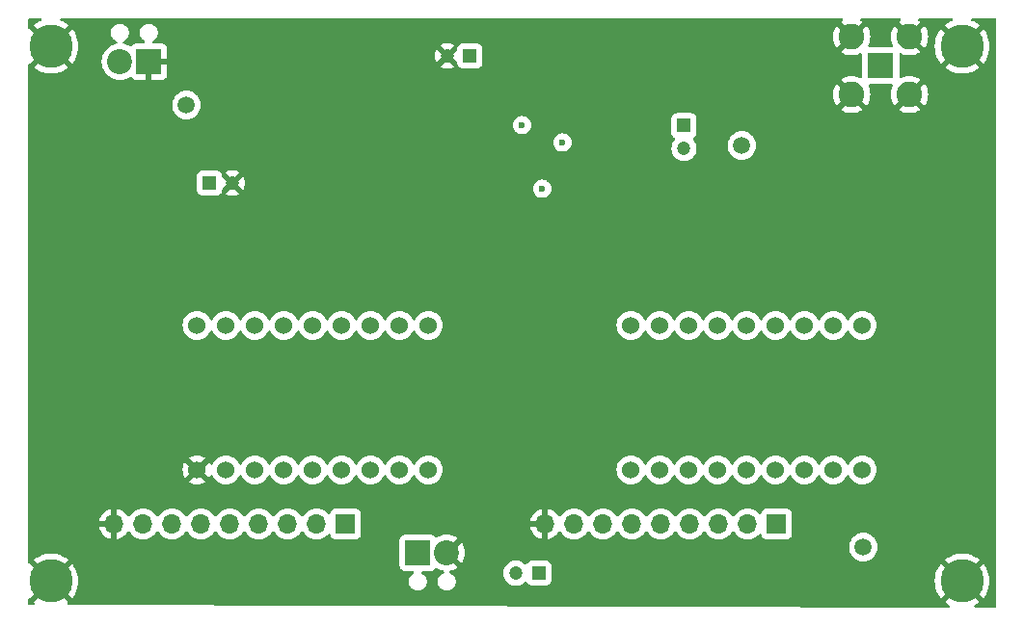
<source format=gbr>
%TF.GenerationSoftware,KiCad,Pcbnew,8.0.1*%
%TF.CreationDate,2024-04-12T19:13:52-04:00*%
%TF.ProjectId,adc_fpga,6164635f-6670-4676-912e-6b696361645f,rev?*%
%TF.SameCoordinates,Original*%
%TF.FileFunction,Copper,L3,Inr*%
%TF.FilePolarity,Positive*%
%FSLAX46Y46*%
G04 Gerber Fmt 4.6, Leading zero omitted, Abs format (unit mm)*
G04 Created by KiCad (PCBNEW 8.0.1) date 2024-04-12 19:13:52*
%MOMM*%
%LPD*%
G01*
G04 APERTURE LIST*
%TA.AperFunction,ComponentPad*%
%ADD10C,3.800000*%
%TD*%
%TA.AperFunction,ComponentPad*%
%ADD11C,1.500000*%
%TD*%
%TA.AperFunction,ComponentPad*%
%ADD12C,1.524000*%
%TD*%
%TA.AperFunction,ComponentPad*%
%ADD13R,1.200000X1.200000*%
%TD*%
%TA.AperFunction,ComponentPad*%
%ADD14C,1.200000*%
%TD*%
%TA.AperFunction,ComponentPad*%
%ADD15R,1.700000X1.700000*%
%TD*%
%TA.AperFunction,ComponentPad*%
%ADD16O,1.700000X1.700000*%
%TD*%
%TA.AperFunction,ComponentPad*%
%ADD17R,2.250000X2.250000*%
%TD*%
%TA.AperFunction,ComponentPad*%
%ADD18C,2.250000*%
%TD*%
%TA.AperFunction,ComponentPad*%
%ADD19R,2.200000X2.200000*%
%TD*%
%TA.AperFunction,ComponentPad*%
%ADD20C,2.200000*%
%TD*%
%TA.AperFunction,ViaPad*%
%ADD21C,0.600000*%
%TD*%
G04 APERTURE END LIST*
D10*
%TO.N,GND*%
%TO.C,REF\u002A\u002A*%
X77000000Y-84000000D03*
%TD*%
%TO.N,GND*%
%TO.C,REF\u002A\u002A*%
X157000000Y-84000000D03*
%TD*%
%TO.N,GND*%
%TO.C,REF\u002A\u002A*%
X77000000Y-131000000D03*
%TD*%
%TO.N,GND*%
%TO.C,REF\u002A\u002A*%
X157000000Y-131000000D03*
%TD*%
D11*
%TO.N,Net-(U3-VRM)*%
%TO.C,TP2*%
X137668000Y-92710000D03*
%TD*%
%TO.N,+3.3V*%
%TO.C,TP4*%
X88900000Y-89154000D03*
%TD*%
%TO.N,Net-(U2-A4)*%
%TO.C,TP1*%
X148336000Y-128016000D03*
%TD*%
D12*
%TO.N,Net-(U2-L1)*%
%TO.C,U2*%
X148245000Y-108530000D03*
%TO.N,Net-(U2-M4)*%
X145705000Y-108530000D03*
%TO.N,Net-(U2-M3)*%
X143165000Y-108530000D03*
%TO.N,Net-(U2-N2)*%
X140625000Y-108530000D03*
%TO.N,Net-(U2-M2)*%
X138085000Y-108530000D03*
%TO.N,Net-(U2-P3)*%
X135545000Y-108530000D03*
%TO.N,Net-(U2-N3)*%
X133005000Y-108530000D03*
%TO.N,Net-(U2-P1)*%
X130465000Y-108530000D03*
%TO.N,Net-(U2-N1)*%
X127925000Y-108530000D03*
%TO.N,Net-(U2-P14)*%
X110145000Y-108530000D03*
%TO.N,Net-(U2-P15)*%
X107605000Y-108530000D03*
%TO.N,Net-(U2-N13)*%
X105065000Y-108530000D03*
%TO.N,Net-(U2-N15)*%
X102525000Y-108530000D03*
%TO.N,Net-(U2-N14)*%
X99985000Y-108530000D03*
%TO.N,Net-(U2-M15)*%
X97445000Y-108530000D03*
%TO.N,Net-(U2-M14)*%
X94905000Y-108530000D03*
%TO.N,Net-(U2-L15)*%
X92365000Y-108530000D03*
%TO.N,+5V*%
X89825000Y-108530000D03*
%TO.N,GND*%
X89825000Y-121230000D03*
%TO.N,Net-(U2-L14)*%
X92365000Y-121230000D03*
%TO.N,Net-(U2-K14)*%
X94905000Y-121230000D03*
%TO.N,Net-(U2-J15)*%
X97445000Y-121230000D03*
%TO.N,Net-(U2-L13)*%
X99985000Y-121230000D03*
%TO.N,Net-(U2-M13)*%
X102525000Y-121230000D03*
%TO.N,Net-(U2-J11)*%
X105065000Y-121230000D03*
%TO.N,Net-(U2-A32)*%
X107605000Y-121230000D03*
%TO.N,Net-(U2-A33)*%
X110145000Y-121230000D03*
%TO.N,Net-(U2-C5)*%
X127925000Y-121230000D03*
%TO.N,Net-(U2-A2)*%
X130465000Y-121230000D03*
%TO.N,Net-(U2-B2)*%
X133005000Y-121230000D03*
%TO.N,Net-(U2-B1)*%
X135545000Y-121230000D03*
%TO.N,Net-(U2-C1)*%
X138085000Y-121230000D03*
%TO.N,Net-(U2-B3)*%
X140625000Y-121230000D03*
%TO.N,Net-(U2-B4)*%
X143165000Y-121230000D03*
%TO.N,Net-(U2-A3)*%
X145705000Y-121230000D03*
%TO.N,Net-(U2-A4)*%
X148245000Y-121230000D03*
%TD*%
D13*
%TO.N,Net-(U3-VRP)*%
%TO.C,C8*%
X132588000Y-90975401D03*
D14*
%TO.N,Net-(U3-VRN)*%
X132588000Y-92975401D03*
%TD*%
D13*
%TO.N,+3.3V*%
%TO.C,C4*%
X113792000Y-84836000D03*
D14*
%TO.N,GND*%
X111792000Y-84836000D03*
%TD*%
D15*
%TO.N,Net-(U2-A33)*%
%TO.C,J5*%
X102870000Y-125984000D03*
D16*
%TO.N,Net-(U2-A32)*%
X100330000Y-125984000D03*
%TO.N,Net-(U2-J11)*%
X97790000Y-125984000D03*
%TO.N,Net-(U2-M13)*%
X95250000Y-125984000D03*
%TO.N,Net-(U2-L13)*%
X92710000Y-125984000D03*
%TO.N,Net-(U2-J15)*%
X90170000Y-125984000D03*
%TO.N,Net-(U2-K14)*%
X87630000Y-125984000D03*
%TO.N,Net-(U2-L14)*%
X85090000Y-125984000D03*
%TO.N,GND*%
X82550000Y-125984000D03*
%TD*%
D15*
%TO.N,Net-(U2-A3)*%
%TO.C,J3*%
X140716000Y-125984000D03*
D16*
%TO.N,Net-(U2-B4)*%
X138176000Y-125984000D03*
%TO.N,Net-(U2-B3)*%
X135636000Y-125984000D03*
%TO.N,Net-(U2-C1)*%
X133096000Y-125984000D03*
%TO.N,Net-(U2-B1)*%
X130556000Y-125984000D03*
%TO.N,Net-(U2-B2)*%
X128016000Y-125984000D03*
%TO.N,Net-(U2-A2)*%
X125476000Y-125984000D03*
%TO.N,Net-(U2-C5)*%
X122936000Y-125984000D03*
%TO.N,GND*%
X120396000Y-125984000D03*
%TD*%
D17*
%TO.N,Net-(J1-In)*%
%TO.C,J1*%
X149860000Y-85705500D03*
D18*
%TO.N,GND*%
X152400000Y-83165500D03*
X147320000Y-83165500D03*
X152400000Y-88245500D03*
X147320000Y-88245500D03*
%TD*%
D13*
%TO.N,Net-(U1--)*%
%TO.C,C19*%
X119844600Y-130302000D03*
D14*
%TO.N,Net-(J2-Pin_1)*%
X117844600Y-130302000D03*
%TD*%
D19*
%TO.N,Net-(J2-Pin_1)*%
%TO.C,J2*%
X109220000Y-128524000D03*
D20*
%TO.N,GND*%
X111760000Y-128524000D03*
%TD*%
D13*
%TO.N,+3.3V*%
%TO.C,C15*%
X90932000Y-96012000D03*
D14*
%TO.N,GND*%
X92932000Y-96012000D03*
%TD*%
D19*
%TO.N,GND*%
%TO.C,J4*%
X85598000Y-85344000D03*
D20*
%TO.N,+5V*%
X83058000Y-85344000D03*
%TD*%
D21*
%TO.N,GND*%
X142240000Y-89154000D03*
X99822000Y-105410000D03*
X96012000Y-105410000D03*
X141224000Y-83312000D03*
%TO.N,+3.3V*%
X120142000Y-96520000D03*
%TO.N,GND*%
X120396000Y-102870000D03*
X128524000Y-89408000D03*
X128524000Y-94742000D03*
X128524000Y-93218000D03*
%TO.N,+3.3V*%
X118364000Y-90932000D03*
X121920000Y-92456000D03*
%TO.N,GND*%
X128524000Y-91186000D03*
X124206000Y-84328000D03*
X124206000Y-86868000D03*
X116332000Y-91186000D03*
X115316000Y-87376000D03*
X122428000Y-93980000D03*
X118872000Y-96520000D03*
X116332000Y-92456000D03*
X119634000Y-90424000D03*
X117348000Y-90424000D03*
X116586000Y-90424000D03*
X136736000Y-83312000D03*
X130302000Y-129794000D03*
X123698000Y-132588000D03*
X138176000Y-129032000D03*
X92710000Y-104140000D03*
%TD*%
%TA.AperFunction,Conductor*%
%TO.N,GND*%
G36*
X146511916Y-81546185D02*
G01*
X146557671Y-81598989D01*
X146567615Y-81668147D01*
X146538590Y-81731703D01*
X146509667Y-81756227D01*
X146361893Y-81846782D01*
X146358086Y-81850032D01*
X146995975Y-82487921D01*
X146964742Y-82500859D01*
X146841903Y-82582937D01*
X146737437Y-82687403D01*
X146655359Y-82810242D01*
X146642421Y-82841475D01*
X146004532Y-82203586D01*
X146001282Y-82207393D01*
X145867636Y-82425484D01*
X145867634Y-82425487D01*
X145769752Y-82661797D01*
X145710042Y-82910510D01*
X145689975Y-83165500D01*
X145710042Y-83420489D01*
X145769752Y-83669202D01*
X145867634Y-83905512D01*
X145867636Y-83905515D01*
X146001277Y-84123598D01*
X146001284Y-84123607D01*
X146004533Y-84127412D01*
X146642421Y-83489524D01*
X146655359Y-83520758D01*
X146737437Y-83643597D01*
X146841903Y-83748063D01*
X146964742Y-83830141D01*
X146995974Y-83843077D01*
X146358087Y-84480965D01*
X146361897Y-84484219D01*
X146579984Y-84617863D01*
X146579987Y-84617865D01*
X146816297Y-84715747D01*
X147065011Y-84775457D01*
X147065010Y-84775457D01*
X147320000Y-84795524D01*
X147574989Y-84775457D01*
X147823700Y-84715747D01*
X148063047Y-84616607D01*
X148132517Y-84609138D01*
X148194996Y-84640413D01*
X148230648Y-84700502D01*
X148234500Y-84731168D01*
X148234500Y-86679831D01*
X148214815Y-86746870D01*
X148162011Y-86792625D01*
X148092853Y-86802569D01*
X148063048Y-86794392D01*
X147823702Y-86695252D01*
X147574988Y-86635542D01*
X147574989Y-86635542D01*
X147320000Y-86615475D01*
X147065010Y-86635542D01*
X146816297Y-86695252D01*
X146579987Y-86793134D01*
X146579984Y-86793136D01*
X146361893Y-86926782D01*
X146358086Y-86930032D01*
X146995975Y-87567921D01*
X146964742Y-87580859D01*
X146841903Y-87662937D01*
X146737437Y-87767403D01*
X146655359Y-87890242D01*
X146642421Y-87921475D01*
X146004532Y-87283586D01*
X146001282Y-87287393D01*
X145867636Y-87505484D01*
X145867634Y-87505487D01*
X145769752Y-87741797D01*
X145710042Y-87990510D01*
X145689975Y-88245500D01*
X145710042Y-88500489D01*
X145769752Y-88749202D01*
X145867634Y-88985512D01*
X145867636Y-88985515D01*
X146001277Y-89203598D01*
X146001284Y-89203607D01*
X146004533Y-89207412D01*
X146642421Y-88569524D01*
X146655359Y-88600758D01*
X146737437Y-88723597D01*
X146841903Y-88828063D01*
X146964742Y-88910141D01*
X146995974Y-88923078D01*
X146358087Y-89560965D01*
X146361897Y-89564219D01*
X146579984Y-89697863D01*
X146579987Y-89697865D01*
X146816297Y-89795747D01*
X147065011Y-89855457D01*
X147065010Y-89855457D01*
X147320000Y-89875524D01*
X147574989Y-89855457D01*
X147823702Y-89795747D01*
X148060012Y-89697865D01*
X148060015Y-89697863D01*
X148278095Y-89564224D01*
X148278110Y-89564213D01*
X148281911Y-89560966D01*
X148281911Y-89560964D01*
X147644025Y-88923077D01*
X147675258Y-88910141D01*
X147798097Y-88828063D01*
X147902563Y-88723597D01*
X147984641Y-88600758D01*
X147997578Y-88569525D01*
X148635464Y-89207411D01*
X148635466Y-89207411D01*
X148638713Y-89203610D01*
X148638724Y-89203595D01*
X148772363Y-88985515D01*
X148772365Y-88985512D01*
X148870247Y-88749202D01*
X148929957Y-88500489D01*
X148950024Y-88245500D01*
X148929957Y-87990510D01*
X148870247Y-87741799D01*
X148771107Y-87502452D01*
X148763638Y-87432982D01*
X148794913Y-87370503D01*
X148855002Y-87334851D01*
X148885660Y-87330999D01*
X150834331Y-87330999D01*
X150901370Y-87350684D01*
X150947125Y-87403488D01*
X150957069Y-87472646D01*
X150948892Y-87502451D01*
X150849752Y-87741797D01*
X150790042Y-87990510D01*
X150769975Y-88245500D01*
X150790042Y-88500489D01*
X150849752Y-88749202D01*
X150947634Y-88985512D01*
X150947636Y-88985515D01*
X151081277Y-89203598D01*
X151081284Y-89203607D01*
X151084533Y-89207412D01*
X151722421Y-88569524D01*
X151735359Y-88600758D01*
X151817437Y-88723597D01*
X151921903Y-88828063D01*
X152044742Y-88910141D01*
X152075974Y-88923078D01*
X151438087Y-89560965D01*
X151441897Y-89564219D01*
X151659984Y-89697863D01*
X151659987Y-89697865D01*
X151896297Y-89795747D01*
X152145011Y-89855457D01*
X152145010Y-89855457D01*
X152400000Y-89875524D01*
X152654989Y-89855457D01*
X152903702Y-89795747D01*
X153140012Y-89697865D01*
X153140015Y-89697863D01*
X153358095Y-89564224D01*
X153358110Y-89564213D01*
X153361911Y-89560966D01*
X153361911Y-89560964D01*
X152724025Y-88923077D01*
X152755258Y-88910141D01*
X152878097Y-88828063D01*
X152982563Y-88723597D01*
X153064641Y-88600758D01*
X153077578Y-88569525D01*
X153715464Y-89207411D01*
X153715466Y-89207411D01*
X153718713Y-89203610D01*
X153718724Y-89203595D01*
X153852363Y-88985515D01*
X153852365Y-88985512D01*
X153950247Y-88749202D01*
X154009957Y-88500489D01*
X154030024Y-88245500D01*
X154009957Y-87990510D01*
X153950247Y-87741797D01*
X153852365Y-87505487D01*
X153852363Y-87505484D01*
X153718719Y-87287397D01*
X153715465Y-87283587D01*
X153077578Y-87921474D01*
X153064641Y-87890242D01*
X152982563Y-87767403D01*
X152878097Y-87662937D01*
X152755258Y-87580859D01*
X152724024Y-87567921D01*
X153361912Y-86930033D01*
X153358107Y-86926784D01*
X153358098Y-86926777D01*
X153140015Y-86793136D01*
X153140012Y-86793134D01*
X152903702Y-86695252D01*
X152654988Y-86635542D01*
X152654989Y-86635542D01*
X152400000Y-86615475D01*
X152145010Y-86635542D01*
X151896297Y-86695252D01*
X151656951Y-86794392D01*
X151587482Y-86801861D01*
X151525003Y-86770585D01*
X151489351Y-86710496D01*
X151485499Y-86679838D01*
X151485499Y-84731167D01*
X151505184Y-84664129D01*
X151557988Y-84618374D01*
X151627146Y-84608430D01*
X151656952Y-84616607D01*
X151896299Y-84715747D01*
X152145011Y-84775457D01*
X152145010Y-84775457D01*
X152400000Y-84795524D01*
X152654989Y-84775457D01*
X152903702Y-84715747D01*
X153140012Y-84617865D01*
X153140015Y-84617863D01*
X153358095Y-84484224D01*
X153358110Y-84484213D01*
X153361911Y-84480966D01*
X153361911Y-84480964D01*
X152724025Y-83843078D01*
X152755258Y-83830141D01*
X152878097Y-83748063D01*
X152982563Y-83643597D01*
X153064641Y-83520758D01*
X153077578Y-83489525D01*
X153715464Y-84127411D01*
X153715466Y-84127411D01*
X153718713Y-84123610D01*
X153718724Y-84123595D01*
X153852363Y-83905515D01*
X153852365Y-83905512D01*
X153950247Y-83669202D01*
X154009957Y-83420489D01*
X154030024Y-83165500D01*
X154009957Y-82910510D01*
X153950247Y-82661797D01*
X153852365Y-82425487D01*
X153852363Y-82425484D01*
X153718719Y-82207397D01*
X153715465Y-82203587D01*
X153077578Y-82841474D01*
X153064641Y-82810242D01*
X152982563Y-82687403D01*
X152878097Y-82582937D01*
X152755258Y-82500859D01*
X152724024Y-82487921D01*
X153361912Y-81850033D01*
X153358107Y-81846784D01*
X153358098Y-81846777D01*
X153210333Y-81756227D01*
X153163458Y-81704416D01*
X153152035Y-81635486D01*
X153179692Y-81571323D01*
X153237648Y-81532298D01*
X153275123Y-81526500D01*
X156077785Y-81526500D01*
X156144824Y-81546185D01*
X156190579Y-81598989D01*
X156200523Y-81668147D01*
X156171498Y-81731703D01*
X156123432Y-81765792D01*
X155976117Y-81824117D01*
X155976109Y-81824121D01*
X155711476Y-81969604D01*
X155711471Y-81969607D01*
X155486565Y-82133010D01*
X155486564Y-82133011D01*
X156417262Y-83063709D01*
X156283398Y-83160967D01*
X156160967Y-83283398D01*
X156063709Y-83417262D01*
X155135311Y-82488864D01*
X155054520Y-82586525D01*
X155054518Y-82586528D01*
X154892707Y-82841502D01*
X154892704Y-82841508D01*
X154764127Y-83114747D01*
X154764125Y-83114752D01*
X154670805Y-83401959D01*
X154614216Y-83698609D01*
X154614215Y-83698616D01*
X154595255Y-83999994D01*
X154595255Y-84000005D01*
X154614215Y-84301383D01*
X154614216Y-84301390D01*
X154670805Y-84598040D01*
X154764125Y-84885247D01*
X154764127Y-84885252D01*
X154892704Y-85158491D01*
X154892707Y-85158497D01*
X155054516Y-85413469D01*
X155135311Y-85511133D01*
X156063708Y-84582736D01*
X156160967Y-84716602D01*
X156283398Y-84839033D01*
X156417262Y-84936290D01*
X155486564Y-85866987D01*
X155486565Y-85866989D01*
X155711461Y-86030385D01*
X155711479Y-86030397D01*
X155976109Y-86175878D01*
X155976117Y-86175882D01*
X156256889Y-86287047D01*
X156256892Y-86287048D01*
X156549399Y-86362150D01*
X156848995Y-86399999D01*
X156849007Y-86400000D01*
X157150993Y-86400000D01*
X157151004Y-86399999D01*
X157450600Y-86362150D01*
X157743107Y-86287048D01*
X157743110Y-86287047D01*
X158023882Y-86175882D01*
X158023890Y-86175878D01*
X158288520Y-86030397D01*
X158288530Y-86030390D01*
X158513433Y-85866987D01*
X158513434Y-85866987D01*
X157582737Y-84936290D01*
X157716602Y-84839033D01*
X157839033Y-84716602D01*
X157936290Y-84582737D01*
X158864687Y-85511134D01*
X158945486Y-85413464D01*
X159107292Y-85158497D01*
X159107295Y-85158491D01*
X159235872Y-84885252D01*
X159235874Y-84885247D01*
X159329194Y-84598040D01*
X159385783Y-84301390D01*
X159385784Y-84301383D01*
X159404745Y-84000005D01*
X159404745Y-83999994D01*
X159385784Y-83698616D01*
X159385783Y-83698609D01*
X159329194Y-83401959D01*
X159235874Y-83114752D01*
X159235872Y-83114747D01*
X159107295Y-82841508D01*
X159107292Y-82841502D01*
X158945483Y-82586530D01*
X158864686Y-82488864D01*
X157936289Y-83417261D01*
X157839033Y-83283398D01*
X157716602Y-83160967D01*
X157582736Y-83063709D01*
X158513434Y-82133011D01*
X158513433Y-82133009D01*
X158288538Y-81969614D01*
X158288520Y-81969602D01*
X158023890Y-81824121D01*
X158023882Y-81824117D01*
X157876568Y-81765792D01*
X157821482Y-81722811D01*
X157798379Y-81656872D01*
X157814592Y-81588909D01*
X157864976Y-81540502D01*
X157922215Y-81526500D01*
X159896000Y-81526500D01*
X159963039Y-81546185D01*
X160008794Y-81598989D01*
X160020000Y-81650500D01*
X160020000Y-133225629D01*
X160000315Y-133292668D01*
X159947511Y-133338423D01*
X159895630Y-133349628D01*
X158199625Y-133344565D01*
X158132644Y-133324681D01*
X158087047Y-133271741D01*
X158077310Y-133202553D01*
X158106525Y-133139084D01*
X158140258Y-133111904D01*
X158288520Y-133030396D01*
X158288530Y-133030390D01*
X158513433Y-132866987D01*
X158513434Y-132866987D01*
X157582737Y-131936290D01*
X157716602Y-131839033D01*
X157839033Y-131716602D01*
X157936290Y-131582737D01*
X158864687Y-132511134D01*
X158945486Y-132413464D01*
X159107292Y-132158497D01*
X159107295Y-132158491D01*
X159235872Y-131885252D01*
X159235874Y-131885247D01*
X159329194Y-131598040D01*
X159385783Y-131301390D01*
X159385784Y-131301383D01*
X159404745Y-131000005D01*
X159404745Y-130999994D01*
X159385784Y-130698616D01*
X159385783Y-130698609D01*
X159329194Y-130401959D01*
X159235874Y-130114752D01*
X159235872Y-130114747D01*
X159107295Y-129841508D01*
X159107292Y-129841502D01*
X158945483Y-129586530D01*
X158864686Y-129488864D01*
X157936289Y-130417261D01*
X157839033Y-130283398D01*
X157716602Y-130160967D01*
X157582736Y-130063709D01*
X158513434Y-129133011D01*
X158513433Y-129133009D01*
X158288538Y-128969614D01*
X158288520Y-128969602D01*
X158023890Y-128824121D01*
X158023882Y-128824117D01*
X157743110Y-128712952D01*
X157743107Y-128712951D01*
X157450600Y-128637849D01*
X157151004Y-128600000D01*
X156848995Y-128600000D01*
X156549399Y-128637849D01*
X156256892Y-128712951D01*
X156256889Y-128712952D01*
X155976117Y-128824117D01*
X155976109Y-128824121D01*
X155711476Y-128969604D01*
X155711471Y-128969607D01*
X155486565Y-129133010D01*
X155486564Y-129133011D01*
X156417262Y-130063709D01*
X156283398Y-130160967D01*
X156160967Y-130283398D01*
X156063709Y-130417262D01*
X155135311Y-129488864D01*
X155054520Y-129586525D01*
X155054518Y-129586528D01*
X154892707Y-129841502D01*
X154892704Y-129841508D01*
X154764127Y-130114747D01*
X154764125Y-130114752D01*
X154670805Y-130401959D01*
X154614216Y-130698609D01*
X154614215Y-130698616D01*
X154595255Y-130999994D01*
X154595255Y-131000005D01*
X154614215Y-131301383D01*
X154614216Y-131301390D01*
X154670805Y-131598040D01*
X154764125Y-131885247D01*
X154764127Y-131885252D01*
X154892704Y-132158491D01*
X154892707Y-132158497D01*
X155054516Y-132413469D01*
X155135311Y-132511133D01*
X156063708Y-131582736D01*
X156160967Y-131716602D01*
X156283398Y-131839033D01*
X156417262Y-131936290D01*
X155486564Y-132866987D01*
X155486565Y-132866989D01*
X155711461Y-133030385D01*
X155711479Y-133030396D01*
X155846639Y-133104701D01*
X155895903Y-133154247D01*
X155910560Y-133222562D01*
X155885957Y-133287956D01*
X155829904Y-133329668D01*
X155786532Y-133337362D01*
X78564554Y-133106849D01*
X78497573Y-133086965D01*
X78451976Y-133034025D01*
X78442239Y-132964837D01*
X78471454Y-132901368D01*
X78492039Y-132882532D01*
X78513433Y-132866987D01*
X78513434Y-132866987D01*
X77582737Y-131936290D01*
X77716602Y-131839033D01*
X77839033Y-131716602D01*
X77936290Y-131582737D01*
X78864687Y-132511134D01*
X78945486Y-132413464D01*
X79107292Y-132158497D01*
X79107295Y-132158491D01*
X79235872Y-131885252D01*
X79235874Y-131885247D01*
X79329194Y-131598040D01*
X79385783Y-131301390D01*
X79385784Y-131301383D01*
X79404745Y-131000005D01*
X79404745Y-130999994D01*
X79385784Y-130698616D01*
X79385783Y-130698609D01*
X79329194Y-130401959D01*
X79235874Y-130114752D01*
X79235872Y-130114747D01*
X79107295Y-129841508D01*
X79107292Y-129841502D01*
X78999641Y-129671870D01*
X107619500Y-129671870D01*
X107619501Y-129671876D01*
X107625908Y-129731483D01*
X107676202Y-129866328D01*
X107676206Y-129866335D01*
X107762452Y-129981544D01*
X107762455Y-129981547D01*
X107877664Y-130067793D01*
X107877671Y-130067797D01*
X108012517Y-130118091D01*
X108012516Y-130118091D01*
X108019444Y-130118835D01*
X108072127Y-130124500D01*
X108776427Y-130124499D01*
X108843464Y-130144183D01*
X108889219Y-130196987D01*
X108899163Y-130266146D01*
X108870138Y-130329702D01*
X108845316Y-130351601D01*
X108709711Y-130442210D01*
X108709707Y-130442213D01*
X108598213Y-130553707D01*
X108598210Y-130553711D01*
X108510609Y-130684814D01*
X108510602Y-130684827D01*
X108450264Y-130830498D01*
X108450261Y-130830510D01*
X108419500Y-130985153D01*
X108419500Y-131142846D01*
X108450261Y-131297489D01*
X108450264Y-131297501D01*
X108510602Y-131443172D01*
X108510609Y-131443185D01*
X108598210Y-131574288D01*
X108598213Y-131574292D01*
X108709707Y-131685786D01*
X108709711Y-131685789D01*
X108840814Y-131773390D01*
X108840827Y-131773397D01*
X108986498Y-131833735D01*
X108986503Y-131833737D01*
X109141153Y-131864499D01*
X109141156Y-131864500D01*
X109141158Y-131864500D01*
X109298844Y-131864500D01*
X109298845Y-131864499D01*
X109453497Y-131833737D01*
X109599179Y-131773394D01*
X109730289Y-131685789D01*
X109841789Y-131574289D01*
X109929394Y-131443179D01*
X109989737Y-131297497D01*
X110020500Y-131142842D01*
X110020500Y-130985158D01*
X110020500Y-130985155D01*
X110020499Y-130985153D01*
X110013481Y-130949872D01*
X109989737Y-130830503D01*
X109989735Y-130830498D01*
X109929397Y-130684827D01*
X109929390Y-130684814D01*
X109841789Y-130553711D01*
X109841786Y-130553707D01*
X109730292Y-130442213D01*
X109730288Y-130442210D01*
X109594683Y-130351601D01*
X109549878Y-130297989D01*
X109541171Y-130228664D01*
X109571326Y-130165636D01*
X109630769Y-130128917D01*
X109663571Y-130124499D01*
X110367872Y-130124499D01*
X110427483Y-130118091D01*
X110562331Y-130067796D01*
X110677546Y-129981546D01*
X110735229Y-129904491D01*
X110791161Y-129862622D01*
X110860853Y-129857638D01*
X110899284Y-129873077D01*
X111031368Y-129954019D01*
X111264044Y-130050396D01*
X111431828Y-130090677D01*
X111492421Y-130125467D01*
X111524585Y-130187493D01*
X111518109Y-130257062D01*
X111475050Y-130312087D01*
X111450335Y-130325812D01*
X111380824Y-130354604D01*
X111380814Y-130354609D01*
X111249711Y-130442210D01*
X111249707Y-130442213D01*
X111138213Y-130553707D01*
X111138210Y-130553711D01*
X111050609Y-130684814D01*
X111050602Y-130684827D01*
X110990264Y-130830498D01*
X110990261Y-130830510D01*
X110959500Y-130985153D01*
X110959500Y-131142846D01*
X110990261Y-131297489D01*
X110990264Y-131297501D01*
X111050602Y-131443172D01*
X111050609Y-131443185D01*
X111138210Y-131574288D01*
X111138213Y-131574292D01*
X111249707Y-131685786D01*
X111249711Y-131685789D01*
X111380814Y-131773390D01*
X111380827Y-131773397D01*
X111526498Y-131833735D01*
X111526503Y-131833737D01*
X111681153Y-131864499D01*
X111681156Y-131864500D01*
X111681158Y-131864500D01*
X111838844Y-131864500D01*
X111838845Y-131864499D01*
X111993497Y-131833737D01*
X112139179Y-131773394D01*
X112270289Y-131685789D01*
X112381789Y-131574289D01*
X112469394Y-131443179D01*
X112529737Y-131297497D01*
X112560500Y-131142842D01*
X112560500Y-130985158D01*
X112560500Y-130985155D01*
X112560499Y-130985153D01*
X112553481Y-130949872D01*
X112529737Y-130830503D01*
X112529735Y-130830498D01*
X112469397Y-130684827D01*
X112469390Y-130684814D01*
X112381789Y-130553711D01*
X112381786Y-130553707D01*
X112270292Y-130442213D01*
X112270288Y-130442210D01*
X112139185Y-130354609D01*
X112139172Y-130354602D01*
X112069665Y-130325812D01*
X112040116Y-130302000D01*
X116739385Y-130302000D01*
X116758202Y-130505082D01*
X116814017Y-130701247D01*
X116814022Y-130701260D01*
X116904927Y-130883821D01*
X117027837Y-131046581D01*
X117178558Y-131183980D01*
X117178560Y-131183982D01*
X117178562Y-131183983D01*
X117351963Y-131291348D01*
X117542144Y-131365024D01*
X117742624Y-131402500D01*
X117742626Y-131402500D01*
X117946574Y-131402500D01*
X117946576Y-131402500D01*
X118147056Y-131365024D01*
X118337237Y-131291348D01*
X118510641Y-131183981D01*
X118602617Y-131100133D01*
X118665418Y-131069518D01*
X118734805Y-131077715D01*
X118788746Y-131122125D01*
X118796273Y-131136698D01*
X118796553Y-131136546D01*
X118800806Y-131144335D01*
X118887052Y-131259544D01*
X118887055Y-131259547D01*
X119002264Y-131345793D01*
X119002271Y-131345797D01*
X119137117Y-131396091D01*
X119137116Y-131396091D01*
X119144044Y-131396835D01*
X119196727Y-131402500D01*
X120492472Y-131402499D01*
X120552083Y-131396091D01*
X120686931Y-131345796D01*
X120802146Y-131259546D01*
X120888396Y-131144331D01*
X120938691Y-131009483D01*
X120945100Y-130949873D01*
X120945099Y-129654128D01*
X120938691Y-129594517D01*
X120935711Y-129586528D01*
X120888397Y-129459671D01*
X120888393Y-129459664D01*
X120802147Y-129344455D01*
X120802144Y-129344452D01*
X120686935Y-129258206D01*
X120686928Y-129258202D01*
X120552082Y-129207908D01*
X120552083Y-129207908D01*
X120492483Y-129201501D01*
X120492481Y-129201500D01*
X120492473Y-129201500D01*
X120492464Y-129201500D01*
X119196729Y-129201500D01*
X119196723Y-129201501D01*
X119137116Y-129207908D01*
X119002271Y-129258202D01*
X119002264Y-129258206D01*
X118887055Y-129344452D01*
X118887052Y-129344455D01*
X118800806Y-129459664D01*
X118796553Y-129467454D01*
X118794341Y-129466246D01*
X118760440Y-129511511D01*
X118694970Y-129535913D01*
X118626701Y-129521045D01*
X118602615Y-129503864D01*
X118510641Y-129420019D01*
X118510639Y-129420017D01*
X118337242Y-129312655D01*
X118337235Y-129312651D01*
X118230435Y-129271277D01*
X118147056Y-129238976D01*
X117946576Y-129201500D01*
X117742624Y-129201500D01*
X117542144Y-129238976D01*
X117542141Y-129238976D01*
X117542141Y-129238977D01*
X117351964Y-129312651D01*
X117351957Y-129312655D01*
X117178560Y-129420017D01*
X117178558Y-129420019D01*
X117027837Y-129557418D01*
X116904927Y-129720178D01*
X116814022Y-129902739D01*
X116814017Y-129902752D01*
X116758202Y-130098917D01*
X116739385Y-130301999D01*
X116739385Y-130302000D01*
X112040116Y-130302000D01*
X112015261Y-130281971D01*
X111993196Y-130215677D01*
X112010475Y-130147978D01*
X112061612Y-130100367D01*
X112088171Y-130090677D01*
X112255955Y-130050396D01*
X112488631Y-129954019D01*
X112703361Y-129822432D01*
X112703363Y-129822430D01*
X112704180Y-129821732D01*
X111930235Y-129047787D01*
X111972292Y-129036518D01*
X112097708Y-128964110D01*
X112200110Y-128861708D01*
X112272518Y-128736292D01*
X112283787Y-128694234D01*
X113057732Y-129468180D01*
X113058430Y-129467363D01*
X113058432Y-129467361D01*
X113190019Y-129252631D01*
X113286396Y-129019956D01*
X113345187Y-128775072D01*
X113364947Y-128524000D01*
X113345187Y-128272927D01*
X113286396Y-128028043D01*
X113281408Y-128016002D01*
X147080723Y-128016002D01*
X147099793Y-128233975D01*
X147099793Y-128233979D01*
X147156422Y-128445322D01*
X147156424Y-128445326D01*
X147156425Y-128445330D01*
X147202661Y-128544484D01*
X147248897Y-128643638D01*
X147248898Y-128643639D01*
X147374402Y-128822877D01*
X147529123Y-128977598D01*
X147708361Y-129103102D01*
X147906670Y-129195575D01*
X148118023Y-129252207D01*
X148300926Y-129268208D01*
X148335998Y-129271277D01*
X148336000Y-129271277D01*
X148336002Y-129271277D01*
X148364254Y-129268805D01*
X148553977Y-129252207D01*
X148765330Y-129195575D01*
X148963639Y-129103102D01*
X149142877Y-128977598D01*
X149297598Y-128822877D01*
X149423102Y-128643639D01*
X149515575Y-128445330D01*
X149572207Y-128233977D01*
X149588805Y-128044254D01*
X149591277Y-128016002D01*
X149591277Y-128015997D01*
X149587569Y-127973618D01*
X149572207Y-127798023D01*
X149515575Y-127586670D01*
X149423102Y-127388362D01*
X149423100Y-127388359D01*
X149423099Y-127388357D01*
X149297599Y-127209124D01*
X149231981Y-127143506D01*
X149142877Y-127054402D01*
X149004978Y-126957844D01*
X148963638Y-126928897D01*
X148862774Y-126881864D01*
X148765330Y-126836425D01*
X148765326Y-126836424D01*
X148765322Y-126836422D01*
X148553977Y-126779793D01*
X148336002Y-126760723D01*
X148335998Y-126760723D01*
X148190682Y-126773436D01*
X148118023Y-126779793D01*
X148118020Y-126779793D01*
X147906677Y-126836422D01*
X147906668Y-126836426D01*
X147708361Y-126928898D01*
X147708357Y-126928900D01*
X147529121Y-127054402D01*
X147374402Y-127209121D01*
X147248900Y-127388357D01*
X147248898Y-127388361D01*
X147156426Y-127586668D01*
X147156422Y-127586677D01*
X147099793Y-127798020D01*
X147099793Y-127798024D01*
X147080723Y-128015997D01*
X147080723Y-128016002D01*
X113281408Y-128016002D01*
X113190019Y-127795368D01*
X113058429Y-127580634D01*
X113057733Y-127579819D01*
X113057732Y-127579819D01*
X112283787Y-128353764D01*
X112272518Y-128311708D01*
X112200110Y-128186292D01*
X112097708Y-128083890D01*
X111972292Y-128011482D01*
X111930234Y-128000212D01*
X112704179Y-127226266D01*
X112703362Y-127225568D01*
X112488631Y-127093980D01*
X112255956Y-126997603D01*
X112011072Y-126938812D01*
X111760000Y-126919052D01*
X111508927Y-126938812D01*
X111264043Y-126997603D01*
X111031373Y-127093978D01*
X110899284Y-127174923D01*
X110831838Y-127193167D01*
X110765235Y-127172051D01*
X110735228Y-127143506D01*
X110677547Y-127066455D01*
X110677544Y-127066452D01*
X110562335Y-126980206D01*
X110562328Y-126980202D01*
X110427482Y-126929908D01*
X110427483Y-126929908D01*
X110367883Y-126923501D01*
X110367881Y-126923500D01*
X110367873Y-126923500D01*
X110367864Y-126923500D01*
X108072129Y-126923500D01*
X108072123Y-126923501D01*
X108012516Y-126929908D01*
X107877671Y-126980202D01*
X107877664Y-126980206D01*
X107762455Y-127066452D01*
X107762452Y-127066455D01*
X107676206Y-127181664D01*
X107676202Y-127181671D01*
X107625908Y-127316517D01*
X107619501Y-127376116D01*
X107619500Y-127376135D01*
X107619500Y-129671870D01*
X78999641Y-129671870D01*
X78945483Y-129586530D01*
X78864686Y-129488864D01*
X77936289Y-130417261D01*
X77839033Y-130283398D01*
X77716602Y-130160967D01*
X77582736Y-130063709D01*
X78513434Y-129133011D01*
X78513433Y-129133009D01*
X78288538Y-128969614D01*
X78288520Y-128969602D01*
X78023890Y-128824121D01*
X78023882Y-128824117D01*
X77743110Y-128712952D01*
X77743107Y-128712951D01*
X77450600Y-128637849D01*
X77151004Y-128600000D01*
X76848995Y-128600000D01*
X76549399Y-128637849D01*
X76256892Y-128712951D01*
X76256889Y-128712952D01*
X75976117Y-128824117D01*
X75976109Y-128824121D01*
X75711476Y-128969604D01*
X75711471Y-128969607D01*
X75486565Y-129133010D01*
X75486564Y-129133011D01*
X76417262Y-130063709D01*
X76283398Y-130160967D01*
X76160967Y-130283398D01*
X76063709Y-130417262D01*
X75135311Y-129488864D01*
X75097341Y-129490655D01*
X75029449Y-129474151D01*
X74981257Y-129423561D01*
X74967500Y-129366793D01*
X74967500Y-126234000D01*
X81219364Y-126234000D01*
X81276567Y-126447486D01*
X81276570Y-126447492D01*
X81376399Y-126661578D01*
X81511894Y-126855082D01*
X81678917Y-127022105D01*
X81872421Y-127157600D01*
X82086507Y-127257429D01*
X82086516Y-127257433D01*
X82300000Y-127314634D01*
X82300000Y-126417012D01*
X82357007Y-126449925D01*
X82484174Y-126484000D01*
X82615826Y-126484000D01*
X82742993Y-126449925D01*
X82800000Y-126417012D01*
X82800000Y-127314633D01*
X83013483Y-127257433D01*
X83013492Y-127257429D01*
X83227578Y-127157600D01*
X83421082Y-127022105D01*
X83588105Y-126855082D01*
X83718119Y-126669405D01*
X83772696Y-126625781D01*
X83842195Y-126618588D01*
X83904549Y-126650110D01*
X83921269Y-126669405D01*
X84051505Y-126855401D01*
X84218599Y-127022495D01*
X84315384Y-127090265D01*
X84412165Y-127158032D01*
X84412167Y-127158033D01*
X84412170Y-127158035D01*
X84626337Y-127257903D01*
X84854592Y-127319063D01*
X85031034Y-127334500D01*
X85089999Y-127339659D01*
X85090000Y-127339659D01*
X85090001Y-127339659D01*
X85148966Y-127334500D01*
X85325408Y-127319063D01*
X85553663Y-127257903D01*
X85767830Y-127158035D01*
X85961401Y-127022495D01*
X86128495Y-126855401D01*
X86258425Y-126669842D01*
X86313002Y-126626217D01*
X86382500Y-126619023D01*
X86444855Y-126650546D01*
X86461575Y-126669842D01*
X86591281Y-126855082D01*
X86591505Y-126855401D01*
X86758599Y-127022495D01*
X86855384Y-127090265D01*
X86952165Y-127158032D01*
X86952167Y-127158033D01*
X86952170Y-127158035D01*
X87166337Y-127257903D01*
X87394592Y-127319063D01*
X87571034Y-127334500D01*
X87629999Y-127339659D01*
X87630000Y-127339659D01*
X87630001Y-127339659D01*
X87688966Y-127334500D01*
X87865408Y-127319063D01*
X88093663Y-127257903D01*
X88307830Y-127158035D01*
X88501401Y-127022495D01*
X88668495Y-126855401D01*
X88798425Y-126669842D01*
X88853002Y-126626217D01*
X88922500Y-126619023D01*
X88984855Y-126650546D01*
X89001575Y-126669842D01*
X89131281Y-126855082D01*
X89131505Y-126855401D01*
X89298599Y-127022495D01*
X89395384Y-127090265D01*
X89492165Y-127158032D01*
X89492167Y-127158033D01*
X89492170Y-127158035D01*
X89706337Y-127257903D01*
X89934592Y-127319063D01*
X90111034Y-127334500D01*
X90169999Y-127339659D01*
X90170000Y-127339659D01*
X90170001Y-127339659D01*
X90228966Y-127334500D01*
X90405408Y-127319063D01*
X90633663Y-127257903D01*
X90847830Y-127158035D01*
X91041401Y-127022495D01*
X91208495Y-126855401D01*
X91338425Y-126669842D01*
X91393002Y-126626217D01*
X91462500Y-126619023D01*
X91524855Y-126650546D01*
X91541575Y-126669842D01*
X91671281Y-126855082D01*
X91671505Y-126855401D01*
X91838599Y-127022495D01*
X91935384Y-127090265D01*
X92032165Y-127158032D01*
X92032167Y-127158033D01*
X92032170Y-127158035D01*
X92246337Y-127257903D01*
X92474592Y-127319063D01*
X92651034Y-127334500D01*
X92709999Y-127339659D01*
X92710000Y-127339659D01*
X92710001Y-127339659D01*
X92768966Y-127334500D01*
X92945408Y-127319063D01*
X93173663Y-127257903D01*
X93387830Y-127158035D01*
X93581401Y-127022495D01*
X93748495Y-126855401D01*
X93878425Y-126669842D01*
X93933002Y-126626217D01*
X94002500Y-126619023D01*
X94064855Y-126650546D01*
X94081575Y-126669842D01*
X94211281Y-126855082D01*
X94211505Y-126855401D01*
X94378599Y-127022495D01*
X94475384Y-127090265D01*
X94572165Y-127158032D01*
X94572167Y-127158033D01*
X94572170Y-127158035D01*
X94786337Y-127257903D01*
X95014592Y-127319063D01*
X95191034Y-127334500D01*
X95249999Y-127339659D01*
X95250000Y-127339659D01*
X95250001Y-127339659D01*
X95308966Y-127334500D01*
X95485408Y-127319063D01*
X95713663Y-127257903D01*
X95927830Y-127158035D01*
X96121401Y-127022495D01*
X96288495Y-126855401D01*
X96418425Y-126669842D01*
X96473002Y-126626217D01*
X96542500Y-126619023D01*
X96604855Y-126650546D01*
X96621575Y-126669842D01*
X96751281Y-126855082D01*
X96751505Y-126855401D01*
X96918599Y-127022495D01*
X97015384Y-127090265D01*
X97112165Y-127158032D01*
X97112167Y-127158033D01*
X97112170Y-127158035D01*
X97326337Y-127257903D01*
X97554592Y-127319063D01*
X97731034Y-127334500D01*
X97789999Y-127339659D01*
X97790000Y-127339659D01*
X97790001Y-127339659D01*
X97848966Y-127334500D01*
X98025408Y-127319063D01*
X98253663Y-127257903D01*
X98467830Y-127158035D01*
X98661401Y-127022495D01*
X98828495Y-126855401D01*
X98958425Y-126669842D01*
X99013002Y-126626217D01*
X99082500Y-126619023D01*
X99144855Y-126650546D01*
X99161575Y-126669842D01*
X99291281Y-126855082D01*
X99291505Y-126855401D01*
X99458599Y-127022495D01*
X99555384Y-127090265D01*
X99652165Y-127158032D01*
X99652167Y-127158033D01*
X99652170Y-127158035D01*
X99866337Y-127257903D01*
X100094592Y-127319063D01*
X100271034Y-127334500D01*
X100329999Y-127339659D01*
X100330000Y-127339659D01*
X100330001Y-127339659D01*
X100388966Y-127334500D01*
X100565408Y-127319063D01*
X100793663Y-127257903D01*
X101007830Y-127158035D01*
X101201401Y-127022495D01*
X101323329Y-126900566D01*
X101384648Y-126867084D01*
X101454340Y-126872068D01*
X101510274Y-126913939D01*
X101527189Y-126944917D01*
X101576202Y-127076328D01*
X101576206Y-127076335D01*
X101662452Y-127191544D01*
X101662455Y-127191547D01*
X101777664Y-127277793D01*
X101777671Y-127277797D01*
X101912517Y-127328091D01*
X101912516Y-127328091D01*
X101919444Y-127328835D01*
X101972127Y-127334500D01*
X103767872Y-127334499D01*
X103827483Y-127328091D01*
X103962331Y-127277796D01*
X104077546Y-127191546D01*
X104163796Y-127076331D01*
X104214091Y-126941483D01*
X104220500Y-126881873D01*
X104220500Y-126234000D01*
X119065364Y-126234000D01*
X119122567Y-126447486D01*
X119122570Y-126447492D01*
X119222399Y-126661578D01*
X119357894Y-126855082D01*
X119524917Y-127022105D01*
X119718421Y-127157600D01*
X119932507Y-127257429D01*
X119932516Y-127257433D01*
X120146000Y-127314634D01*
X120146000Y-126417012D01*
X120203007Y-126449925D01*
X120330174Y-126484000D01*
X120461826Y-126484000D01*
X120588993Y-126449925D01*
X120646000Y-126417012D01*
X120646000Y-127314634D01*
X120859483Y-127257433D01*
X120859492Y-127257429D01*
X121073578Y-127157600D01*
X121267082Y-127022105D01*
X121434105Y-126855082D01*
X121564119Y-126669405D01*
X121618696Y-126625781D01*
X121688195Y-126618588D01*
X121750549Y-126650110D01*
X121767269Y-126669405D01*
X121897505Y-126855401D01*
X122064599Y-127022495D01*
X122161384Y-127090265D01*
X122258165Y-127158032D01*
X122258167Y-127158033D01*
X122258170Y-127158035D01*
X122472337Y-127257903D01*
X122700592Y-127319063D01*
X122877034Y-127334500D01*
X122935999Y-127339659D01*
X122936000Y-127339659D01*
X122936001Y-127339659D01*
X122994966Y-127334500D01*
X123171408Y-127319063D01*
X123399663Y-127257903D01*
X123613830Y-127158035D01*
X123807401Y-127022495D01*
X123974495Y-126855401D01*
X124104425Y-126669842D01*
X124159002Y-126626217D01*
X124228500Y-126619023D01*
X124290855Y-126650546D01*
X124307575Y-126669842D01*
X124437281Y-126855082D01*
X124437505Y-126855401D01*
X124604599Y-127022495D01*
X124701384Y-127090265D01*
X124798165Y-127158032D01*
X124798167Y-127158033D01*
X124798170Y-127158035D01*
X125012337Y-127257903D01*
X125240592Y-127319063D01*
X125417034Y-127334500D01*
X125475999Y-127339659D01*
X125476000Y-127339659D01*
X125476001Y-127339659D01*
X125534966Y-127334500D01*
X125711408Y-127319063D01*
X125939663Y-127257903D01*
X126153830Y-127158035D01*
X126347401Y-127022495D01*
X126514495Y-126855401D01*
X126644425Y-126669842D01*
X126699002Y-126626217D01*
X126768500Y-126619023D01*
X126830855Y-126650546D01*
X126847575Y-126669842D01*
X126977281Y-126855082D01*
X126977505Y-126855401D01*
X127144599Y-127022495D01*
X127241384Y-127090265D01*
X127338165Y-127158032D01*
X127338167Y-127158033D01*
X127338170Y-127158035D01*
X127552337Y-127257903D01*
X127780592Y-127319063D01*
X127957034Y-127334500D01*
X128015999Y-127339659D01*
X128016000Y-127339659D01*
X128016001Y-127339659D01*
X128074966Y-127334500D01*
X128251408Y-127319063D01*
X128479663Y-127257903D01*
X128693830Y-127158035D01*
X128887401Y-127022495D01*
X129054495Y-126855401D01*
X129184425Y-126669842D01*
X129239002Y-126626217D01*
X129308500Y-126619023D01*
X129370855Y-126650546D01*
X129387575Y-126669842D01*
X129517281Y-126855082D01*
X129517505Y-126855401D01*
X129684599Y-127022495D01*
X129781384Y-127090265D01*
X129878165Y-127158032D01*
X129878167Y-127158033D01*
X129878170Y-127158035D01*
X130092337Y-127257903D01*
X130320592Y-127319063D01*
X130497034Y-127334500D01*
X130555999Y-127339659D01*
X130556000Y-127339659D01*
X130556001Y-127339659D01*
X130614966Y-127334500D01*
X130791408Y-127319063D01*
X131019663Y-127257903D01*
X131233830Y-127158035D01*
X131427401Y-127022495D01*
X131594495Y-126855401D01*
X131724425Y-126669842D01*
X131779002Y-126626217D01*
X131848500Y-126619023D01*
X131910855Y-126650546D01*
X131927575Y-126669842D01*
X132057281Y-126855082D01*
X132057505Y-126855401D01*
X132224599Y-127022495D01*
X132321384Y-127090265D01*
X132418165Y-127158032D01*
X132418167Y-127158033D01*
X132418170Y-127158035D01*
X132632337Y-127257903D01*
X132860592Y-127319063D01*
X133037034Y-127334500D01*
X133095999Y-127339659D01*
X133096000Y-127339659D01*
X133096001Y-127339659D01*
X133154966Y-127334500D01*
X133331408Y-127319063D01*
X133559663Y-127257903D01*
X133773830Y-127158035D01*
X133967401Y-127022495D01*
X134134495Y-126855401D01*
X134264425Y-126669842D01*
X134319002Y-126626217D01*
X134388500Y-126619023D01*
X134450855Y-126650546D01*
X134467575Y-126669842D01*
X134597281Y-126855082D01*
X134597505Y-126855401D01*
X134764599Y-127022495D01*
X134861384Y-127090265D01*
X134958165Y-127158032D01*
X134958167Y-127158033D01*
X134958170Y-127158035D01*
X135172337Y-127257903D01*
X135400592Y-127319063D01*
X135577034Y-127334500D01*
X135635999Y-127339659D01*
X135636000Y-127339659D01*
X135636001Y-127339659D01*
X135694966Y-127334500D01*
X135871408Y-127319063D01*
X136099663Y-127257903D01*
X136313830Y-127158035D01*
X136507401Y-127022495D01*
X136674495Y-126855401D01*
X136804425Y-126669842D01*
X136859002Y-126626217D01*
X136928500Y-126619023D01*
X136990855Y-126650546D01*
X137007575Y-126669842D01*
X137137281Y-126855082D01*
X137137505Y-126855401D01*
X137304599Y-127022495D01*
X137401384Y-127090265D01*
X137498165Y-127158032D01*
X137498167Y-127158033D01*
X137498170Y-127158035D01*
X137712337Y-127257903D01*
X137940592Y-127319063D01*
X138117034Y-127334500D01*
X138175999Y-127339659D01*
X138176000Y-127339659D01*
X138176001Y-127339659D01*
X138234966Y-127334500D01*
X138411408Y-127319063D01*
X138639663Y-127257903D01*
X138853830Y-127158035D01*
X139047401Y-127022495D01*
X139169329Y-126900566D01*
X139230648Y-126867084D01*
X139300340Y-126872068D01*
X139356274Y-126913939D01*
X139373189Y-126944917D01*
X139422202Y-127076328D01*
X139422206Y-127076335D01*
X139508452Y-127191544D01*
X139508455Y-127191547D01*
X139623664Y-127277793D01*
X139623671Y-127277797D01*
X139758517Y-127328091D01*
X139758516Y-127328091D01*
X139765444Y-127328835D01*
X139818127Y-127334500D01*
X141613872Y-127334499D01*
X141673483Y-127328091D01*
X141808331Y-127277796D01*
X141923546Y-127191546D01*
X142009796Y-127076331D01*
X142060091Y-126941483D01*
X142066500Y-126881873D01*
X142066499Y-125086128D01*
X142060091Y-125026517D01*
X142058810Y-125023083D01*
X142009797Y-124891671D01*
X142009793Y-124891664D01*
X141923547Y-124776455D01*
X141923544Y-124776452D01*
X141808335Y-124690206D01*
X141808328Y-124690202D01*
X141673482Y-124639908D01*
X141673483Y-124639908D01*
X141613883Y-124633501D01*
X141613881Y-124633500D01*
X141613873Y-124633500D01*
X141613864Y-124633500D01*
X139818129Y-124633500D01*
X139818123Y-124633501D01*
X139758516Y-124639908D01*
X139623671Y-124690202D01*
X139623664Y-124690206D01*
X139508455Y-124776452D01*
X139508452Y-124776455D01*
X139422206Y-124891664D01*
X139422203Y-124891669D01*
X139373189Y-125023083D01*
X139331317Y-125079016D01*
X139265853Y-125103433D01*
X139197580Y-125088581D01*
X139169326Y-125067430D01*
X139047402Y-124945506D01*
X139047395Y-124945501D01*
X138853834Y-124809967D01*
X138853830Y-124809965D01*
X138853828Y-124809964D01*
X138639663Y-124710097D01*
X138639659Y-124710096D01*
X138639655Y-124710094D01*
X138411413Y-124648938D01*
X138411403Y-124648936D01*
X138176001Y-124628341D01*
X138175999Y-124628341D01*
X137940596Y-124648936D01*
X137940586Y-124648938D01*
X137712344Y-124710094D01*
X137712335Y-124710098D01*
X137498171Y-124809964D01*
X137498169Y-124809965D01*
X137304597Y-124945505D01*
X137137505Y-125112597D01*
X137007575Y-125298158D01*
X136952998Y-125341783D01*
X136883500Y-125348977D01*
X136821145Y-125317454D01*
X136804425Y-125298158D01*
X136674494Y-125112597D01*
X136507402Y-124945506D01*
X136507395Y-124945501D01*
X136313834Y-124809967D01*
X136313830Y-124809965D01*
X136313828Y-124809964D01*
X136099663Y-124710097D01*
X136099659Y-124710096D01*
X136099655Y-124710094D01*
X135871413Y-124648938D01*
X135871403Y-124648936D01*
X135636001Y-124628341D01*
X135635999Y-124628341D01*
X135400596Y-124648936D01*
X135400586Y-124648938D01*
X135172344Y-124710094D01*
X135172335Y-124710098D01*
X134958171Y-124809964D01*
X134958169Y-124809965D01*
X134764597Y-124945505D01*
X134597505Y-125112597D01*
X134467575Y-125298158D01*
X134412998Y-125341783D01*
X134343500Y-125348977D01*
X134281145Y-125317454D01*
X134264425Y-125298158D01*
X134134494Y-125112597D01*
X133967402Y-124945506D01*
X133967395Y-124945501D01*
X133773834Y-124809967D01*
X133773830Y-124809965D01*
X133773828Y-124809964D01*
X133559663Y-124710097D01*
X133559659Y-124710096D01*
X133559655Y-124710094D01*
X133331413Y-124648938D01*
X133331403Y-124648936D01*
X133096001Y-124628341D01*
X133095999Y-124628341D01*
X132860596Y-124648936D01*
X132860586Y-124648938D01*
X132632344Y-124710094D01*
X132632335Y-124710098D01*
X132418171Y-124809964D01*
X132418169Y-124809965D01*
X132224597Y-124945505D01*
X132057505Y-125112597D01*
X131927575Y-125298158D01*
X131872998Y-125341783D01*
X131803500Y-125348977D01*
X131741145Y-125317454D01*
X131724425Y-125298158D01*
X131594494Y-125112597D01*
X131427402Y-124945506D01*
X131427395Y-124945501D01*
X131233834Y-124809967D01*
X131233830Y-124809965D01*
X131233828Y-124809964D01*
X131019663Y-124710097D01*
X131019659Y-124710096D01*
X131019655Y-124710094D01*
X130791413Y-124648938D01*
X130791403Y-124648936D01*
X130556001Y-124628341D01*
X130555999Y-124628341D01*
X130320596Y-124648936D01*
X130320586Y-124648938D01*
X130092344Y-124710094D01*
X130092335Y-124710098D01*
X129878171Y-124809964D01*
X129878169Y-124809965D01*
X129684597Y-124945505D01*
X129517505Y-125112597D01*
X129387575Y-125298158D01*
X129332998Y-125341783D01*
X129263500Y-125348977D01*
X129201145Y-125317454D01*
X129184425Y-125298158D01*
X129054494Y-125112597D01*
X128887402Y-124945506D01*
X128887395Y-124945501D01*
X128693834Y-124809967D01*
X128693830Y-124809965D01*
X128693828Y-124809964D01*
X128479663Y-124710097D01*
X128479659Y-124710096D01*
X128479655Y-124710094D01*
X128251413Y-124648938D01*
X128251403Y-124648936D01*
X128016001Y-124628341D01*
X128015999Y-124628341D01*
X127780596Y-124648936D01*
X127780586Y-124648938D01*
X127552344Y-124710094D01*
X127552335Y-124710098D01*
X127338171Y-124809964D01*
X127338169Y-124809965D01*
X127144597Y-124945505D01*
X126977505Y-125112597D01*
X126847575Y-125298158D01*
X126792998Y-125341783D01*
X126723500Y-125348977D01*
X126661145Y-125317454D01*
X126644425Y-125298158D01*
X126514494Y-125112597D01*
X126347402Y-124945506D01*
X126347395Y-124945501D01*
X126153834Y-124809967D01*
X126153830Y-124809965D01*
X126153828Y-124809964D01*
X125939663Y-124710097D01*
X125939659Y-124710096D01*
X125939655Y-124710094D01*
X125711413Y-124648938D01*
X125711403Y-124648936D01*
X125476001Y-124628341D01*
X125475999Y-124628341D01*
X125240596Y-124648936D01*
X125240586Y-124648938D01*
X125012344Y-124710094D01*
X125012335Y-124710098D01*
X124798171Y-124809964D01*
X124798169Y-124809965D01*
X124604597Y-124945505D01*
X124437505Y-125112597D01*
X124307575Y-125298158D01*
X124252998Y-125341783D01*
X124183500Y-125348977D01*
X124121145Y-125317454D01*
X124104425Y-125298158D01*
X123974494Y-125112597D01*
X123807402Y-124945506D01*
X123807395Y-124945501D01*
X123613834Y-124809967D01*
X123613830Y-124809965D01*
X123613828Y-124809964D01*
X123399663Y-124710097D01*
X123399659Y-124710096D01*
X123399655Y-124710094D01*
X123171413Y-124648938D01*
X123171403Y-124648936D01*
X122936001Y-124628341D01*
X122935999Y-124628341D01*
X122700596Y-124648936D01*
X122700586Y-124648938D01*
X122472344Y-124710094D01*
X122472335Y-124710098D01*
X122258171Y-124809964D01*
X122258169Y-124809965D01*
X122064597Y-124945505D01*
X121897508Y-125112594D01*
X121767269Y-125298595D01*
X121712692Y-125342219D01*
X121643193Y-125349412D01*
X121580839Y-125317890D01*
X121564119Y-125298594D01*
X121434113Y-125112926D01*
X121434108Y-125112920D01*
X121267082Y-124945894D01*
X121073578Y-124810399D01*
X120859492Y-124710570D01*
X120859486Y-124710567D01*
X120646000Y-124653364D01*
X120646000Y-125550988D01*
X120588993Y-125518075D01*
X120461826Y-125484000D01*
X120330174Y-125484000D01*
X120203007Y-125518075D01*
X120146000Y-125550988D01*
X120146000Y-124653364D01*
X120145999Y-124653364D01*
X119932513Y-124710567D01*
X119932507Y-124710570D01*
X119718422Y-124810399D01*
X119718420Y-124810400D01*
X119524926Y-124945886D01*
X119524920Y-124945891D01*
X119357891Y-125112920D01*
X119357886Y-125112926D01*
X119222400Y-125306420D01*
X119222399Y-125306422D01*
X119122570Y-125520507D01*
X119122567Y-125520513D01*
X119065364Y-125733999D01*
X119065364Y-125734000D01*
X119962988Y-125734000D01*
X119930075Y-125791007D01*
X119896000Y-125918174D01*
X119896000Y-126049826D01*
X119930075Y-126176993D01*
X119962988Y-126234000D01*
X119065364Y-126234000D01*
X104220500Y-126234000D01*
X104220499Y-125086128D01*
X104214091Y-125026517D01*
X104212810Y-125023083D01*
X104163797Y-124891671D01*
X104163793Y-124891664D01*
X104077547Y-124776455D01*
X104077544Y-124776452D01*
X103962335Y-124690206D01*
X103962328Y-124690202D01*
X103827482Y-124639908D01*
X103827483Y-124639908D01*
X103767883Y-124633501D01*
X103767881Y-124633500D01*
X103767873Y-124633500D01*
X103767864Y-124633500D01*
X101972129Y-124633500D01*
X101972123Y-124633501D01*
X101912516Y-124639908D01*
X101777671Y-124690202D01*
X101777664Y-124690206D01*
X101662455Y-124776452D01*
X101662452Y-124776455D01*
X101576206Y-124891664D01*
X101576203Y-124891669D01*
X101527189Y-125023083D01*
X101485317Y-125079016D01*
X101419853Y-125103433D01*
X101351580Y-125088581D01*
X101323326Y-125067430D01*
X101201402Y-124945506D01*
X101201395Y-124945501D01*
X101007834Y-124809967D01*
X101007830Y-124809965D01*
X101007828Y-124809964D01*
X100793663Y-124710097D01*
X100793659Y-124710096D01*
X100793655Y-124710094D01*
X100565413Y-124648938D01*
X100565403Y-124648936D01*
X100330001Y-124628341D01*
X100329999Y-124628341D01*
X100094596Y-124648936D01*
X100094586Y-124648938D01*
X99866344Y-124710094D01*
X99866335Y-124710098D01*
X99652171Y-124809964D01*
X99652169Y-124809965D01*
X99458597Y-124945505D01*
X99291505Y-125112597D01*
X99161575Y-125298158D01*
X99106998Y-125341783D01*
X99037500Y-125348977D01*
X98975145Y-125317454D01*
X98958425Y-125298158D01*
X98828494Y-125112597D01*
X98661402Y-124945506D01*
X98661395Y-124945501D01*
X98467834Y-124809967D01*
X98467830Y-124809965D01*
X98467828Y-124809964D01*
X98253663Y-124710097D01*
X98253659Y-124710096D01*
X98253655Y-124710094D01*
X98025413Y-124648938D01*
X98025403Y-124648936D01*
X97790001Y-124628341D01*
X97789999Y-124628341D01*
X97554596Y-124648936D01*
X97554586Y-124648938D01*
X97326344Y-124710094D01*
X97326335Y-124710098D01*
X97112171Y-124809964D01*
X97112169Y-124809965D01*
X96918597Y-124945505D01*
X96751505Y-125112597D01*
X96621575Y-125298158D01*
X96566998Y-125341783D01*
X96497500Y-125348977D01*
X96435145Y-125317454D01*
X96418425Y-125298158D01*
X96288494Y-125112597D01*
X96121402Y-124945506D01*
X96121395Y-124945501D01*
X95927834Y-124809967D01*
X95927830Y-124809965D01*
X95927828Y-124809964D01*
X95713663Y-124710097D01*
X95713659Y-124710096D01*
X95713655Y-124710094D01*
X95485413Y-124648938D01*
X95485403Y-124648936D01*
X95250001Y-124628341D01*
X95249999Y-124628341D01*
X95014596Y-124648936D01*
X95014586Y-124648938D01*
X94786344Y-124710094D01*
X94786335Y-124710098D01*
X94572171Y-124809964D01*
X94572169Y-124809965D01*
X94378597Y-124945505D01*
X94211505Y-125112597D01*
X94081575Y-125298158D01*
X94026998Y-125341783D01*
X93957500Y-125348977D01*
X93895145Y-125317454D01*
X93878425Y-125298158D01*
X93748494Y-125112597D01*
X93581402Y-124945506D01*
X93581395Y-124945501D01*
X93387834Y-124809967D01*
X93387830Y-124809965D01*
X93387828Y-124809964D01*
X93173663Y-124710097D01*
X93173659Y-124710096D01*
X93173655Y-124710094D01*
X92945413Y-124648938D01*
X92945403Y-124648936D01*
X92710001Y-124628341D01*
X92709999Y-124628341D01*
X92474596Y-124648936D01*
X92474586Y-124648938D01*
X92246344Y-124710094D01*
X92246335Y-124710098D01*
X92032171Y-124809964D01*
X92032169Y-124809965D01*
X91838597Y-124945505D01*
X91671505Y-125112597D01*
X91541575Y-125298158D01*
X91486998Y-125341783D01*
X91417500Y-125348977D01*
X91355145Y-125317454D01*
X91338425Y-125298158D01*
X91208494Y-125112597D01*
X91041402Y-124945506D01*
X91041395Y-124945501D01*
X90847834Y-124809967D01*
X90847830Y-124809965D01*
X90847828Y-124809964D01*
X90633663Y-124710097D01*
X90633659Y-124710096D01*
X90633655Y-124710094D01*
X90405413Y-124648938D01*
X90405403Y-124648936D01*
X90170001Y-124628341D01*
X90169999Y-124628341D01*
X89934596Y-124648936D01*
X89934586Y-124648938D01*
X89706344Y-124710094D01*
X89706335Y-124710098D01*
X89492171Y-124809964D01*
X89492169Y-124809965D01*
X89298597Y-124945505D01*
X89131505Y-125112597D01*
X89001575Y-125298158D01*
X88946998Y-125341783D01*
X88877500Y-125348977D01*
X88815145Y-125317454D01*
X88798425Y-125298158D01*
X88668494Y-125112597D01*
X88501402Y-124945506D01*
X88501395Y-124945501D01*
X88307834Y-124809967D01*
X88307830Y-124809965D01*
X88307828Y-124809964D01*
X88093663Y-124710097D01*
X88093659Y-124710096D01*
X88093655Y-124710094D01*
X87865413Y-124648938D01*
X87865403Y-124648936D01*
X87630001Y-124628341D01*
X87629999Y-124628341D01*
X87394596Y-124648936D01*
X87394586Y-124648938D01*
X87166344Y-124710094D01*
X87166335Y-124710098D01*
X86952171Y-124809964D01*
X86952169Y-124809965D01*
X86758597Y-124945505D01*
X86591505Y-125112597D01*
X86461575Y-125298158D01*
X86406998Y-125341783D01*
X86337500Y-125348977D01*
X86275145Y-125317454D01*
X86258425Y-125298158D01*
X86128494Y-125112597D01*
X85961402Y-124945506D01*
X85961395Y-124945501D01*
X85767834Y-124809967D01*
X85767830Y-124809965D01*
X85767828Y-124809964D01*
X85553663Y-124710097D01*
X85553659Y-124710096D01*
X85553655Y-124710094D01*
X85325413Y-124648938D01*
X85325403Y-124648936D01*
X85090001Y-124628341D01*
X85089999Y-124628341D01*
X84854596Y-124648936D01*
X84854586Y-124648938D01*
X84626344Y-124710094D01*
X84626335Y-124710098D01*
X84412171Y-124809964D01*
X84412169Y-124809965D01*
X84218597Y-124945505D01*
X84051508Y-125112594D01*
X83921269Y-125298595D01*
X83866692Y-125342219D01*
X83797193Y-125349412D01*
X83734839Y-125317890D01*
X83718119Y-125298594D01*
X83588113Y-125112926D01*
X83588108Y-125112920D01*
X83421082Y-124945894D01*
X83227578Y-124810399D01*
X83013492Y-124710570D01*
X83013486Y-124710567D01*
X82800000Y-124653364D01*
X82800000Y-125550988D01*
X82742993Y-125518075D01*
X82615826Y-125484000D01*
X82484174Y-125484000D01*
X82357007Y-125518075D01*
X82300000Y-125550988D01*
X82300000Y-124653364D01*
X82299999Y-124653364D01*
X82086513Y-124710567D01*
X82086507Y-124710570D01*
X81872422Y-124810399D01*
X81872420Y-124810400D01*
X81678926Y-124945886D01*
X81678920Y-124945891D01*
X81511891Y-125112920D01*
X81511886Y-125112926D01*
X81376400Y-125306420D01*
X81376399Y-125306422D01*
X81276570Y-125520507D01*
X81276567Y-125520513D01*
X81219364Y-125733999D01*
X81219364Y-125734000D01*
X82116988Y-125734000D01*
X82084075Y-125791007D01*
X82050000Y-125918174D01*
X82050000Y-126049826D01*
X82084075Y-126176993D01*
X82116988Y-126234000D01*
X81219364Y-126234000D01*
X74967500Y-126234000D01*
X74967500Y-121230000D01*
X88558179Y-121230000D01*
X88577424Y-121449976D01*
X88577426Y-121449986D01*
X88634575Y-121663270D01*
X88634580Y-121663284D01*
X88727898Y-121863405D01*
X88727901Y-121863411D01*
X88773258Y-121928187D01*
X88773259Y-121928188D01*
X89444000Y-121257447D01*
X89444000Y-121280160D01*
X89469964Y-121377061D01*
X89520124Y-121463940D01*
X89591060Y-121534876D01*
X89677939Y-121585036D01*
X89774840Y-121611000D01*
X89797553Y-121611000D01*
X89126810Y-122281740D01*
X89191590Y-122327099D01*
X89191592Y-122327100D01*
X89391715Y-122420419D01*
X89391729Y-122420424D01*
X89605013Y-122477573D01*
X89605023Y-122477575D01*
X89824999Y-122496821D01*
X89825001Y-122496821D01*
X90044976Y-122477575D01*
X90044986Y-122477573D01*
X90258270Y-122420424D01*
X90258284Y-122420419D01*
X90458407Y-122327100D01*
X90458417Y-122327094D01*
X90523188Y-122281741D01*
X89852448Y-121611000D01*
X89875160Y-121611000D01*
X89972061Y-121585036D01*
X90058940Y-121534876D01*
X90129876Y-121463940D01*
X90180036Y-121377061D01*
X90206000Y-121280160D01*
X90206000Y-121257447D01*
X90876741Y-121928188D01*
X90922094Y-121863417D01*
X90922095Y-121863416D01*
X90982340Y-121734219D01*
X91028512Y-121681780D01*
X91095706Y-121662627D01*
X91162587Y-121682842D01*
X91207105Y-121734218D01*
X91267466Y-121863662D01*
X91267468Y-121863666D01*
X91394170Y-122044615D01*
X91394175Y-122044621D01*
X91550378Y-122200824D01*
X91550384Y-122200829D01*
X91731333Y-122327531D01*
X91731335Y-122327532D01*
X91731338Y-122327534D01*
X91931550Y-122420894D01*
X92144932Y-122478070D01*
X92302123Y-122491822D01*
X92364998Y-122497323D01*
X92365000Y-122497323D01*
X92365002Y-122497323D01*
X92420017Y-122492509D01*
X92585068Y-122478070D01*
X92798450Y-122420894D01*
X92998662Y-122327534D01*
X93179620Y-122200826D01*
X93335826Y-122044620D01*
X93462534Y-121863662D01*
X93522618Y-121734811D01*
X93568790Y-121682371D01*
X93635983Y-121663219D01*
X93702865Y-121683435D01*
X93747382Y-121734811D01*
X93807464Y-121863658D01*
X93807468Y-121863666D01*
X93934170Y-122044615D01*
X93934175Y-122044621D01*
X94090378Y-122200824D01*
X94090384Y-122200829D01*
X94271333Y-122327531D01*
X94271335Y-122327532D01*
X94271338Y-122327534D01*
X94471550Y-122420894D01*
X94684932Y-122478070D01*
X94842123Y-122491822D01*
X94904998Y-122497323D01*
X94905000Y-122497323D01*
X94905002Y-122497323D01*
X94960017Y-122492509D01*
X95125068Y-122478070D01*
X95338450Y-122420894D01*
X95538662Y-122327534D01*
X95719620Y-122200826D01*
X95875826Y-122044620D01*
X96002534Y-121863662D01*
X96062618Y-121734811D01*
X96108790Y-121682371D01*
X96175983Y-121663219D01*
X96242865Y-121683435D01*
X96287382Y-121734811D01*
X96347464Y-121863658D01*
X96347468Y-121863666D01*
X96474170Y-122044615D01*
X96474175Y-122044621D01*
X96630378Y-122200824D01*
X96630384Y-122200829D01*
X96811333Y-122327531D01*
X96811335Y-122327532D01*
X96811338Y-122327534D01*
X97011550Y-122420894D01*
X97224932Y-122478070D01*
X97382123Y-122491822D01*
X97444998Y-122497323D01*
X97445000Y-122497323D01*
X97445002Y-122497323D01*
X97500017Y-122492509D01*
X97665068Y-122478070D01*
X97878450Y-122420894D01*
X98078662Y-122327534D01*
X98259620Y-122200826D01*
X98415826Y-122044620D01*
X98542534Y-121863662D01*
X98602618Y-121734811D01*
X98648790Y-121682371D01*
X98715983Y-121663219D01*
X98782865Y-121683435D01*
X98827382Y-121734811D01*
X98887464Y-121863658D01*
X98887468Y-121863666D01*
X99014170Y-122044615D01*
X99014175Y-122044621D01*
X99170378Y-122200824D01*
X99170384Y-122200829D01*
X99351333Y-122327531D01*
X99351335Y-122327532D01*
X99351338Y-122327534D01*
X99551550Y-122420894D01*
X99764932Y-122478070D01*
X99922123Y-122491822D01*
X99984998Y-122497323D01*
X99985000Y-122497323D01*
X99985002Y-122497323D01*
X100040017Y-122492509D01*
X100205068Y-122478070D01*
X100418450Y-122420894D01*
X100618662Y-122327534D01*
X100799620Y-122200826D01*
X100955826Y-122044620D01*
X101082534Y-121863662D01*
X101142618Y-121734811D01*
X101188790Y-121682371D01*
X101255983Y-121663219D01*
X101322865Y-121683435D01*
X101367382Y-121734811D01*
X101427464Y-121863658D01*
X101427468Y-121863666D01*
X101554170Y-122044615D01*
X101554175Y-122044621D01*
X101710378Y-122200824D01*
X101710384Y-122200829D01*
X101891333Y-122327531D01*
X101891335Y-122327532D01*
X101891338Y-122327534D01*
X102091550Y-122420894D01*
X102304932Y-122478070D01*
X102462123Y-122491822D01*
X102524998Y-122497323D01*
X102525000Y-122497323D01*
X102525002Y-122497323D01*
X102580017Y-122492509D01*
X102745068Y-122478070D01*
X102958450Y-122420894D01*
X103158662Y-122327534D01*
X103339620Y-122200826D01*
X103495826Y-122044620D01*
X103622534Y-121863662D01*
X103682618Y-121734811D01*
X103728790Y-121682371D01*
X103795983Y-121663219D01*
X103862865Y-121683435D01*
X103907382Y-121734811D01*
X103967464Y-121863658D01*
X103967468Y-121863666D01*
X104094170Y-122044615D01*
X104094175Y-122044621D01*
X104250378Y-122200824D01*
X104250384Y-122200829D01*
X104431333Y-122327531D01*
X104431335Y-122327532D01*
X104431338Y-122327534D01*
X104631550Y-122420894D01*
X104844932Y-122478070D01*
X105002123Y-122491822D01*
X105064998Y-122497323D01*
X105065000Y-122497323D01*
X105065002Y-122497323D01*
X105120017Y-122492509D01*
X105285068Y-122478070D01*
X105498450Y-122420894D01*
X105698662Y-122327534D01*
X105879620Y-122200826D01*
X106035826Y-122044620D01*
X106162534Y-121863662D01*
X106222618Y-121734811D01*
X106268790Y-121682371D01*
X106335983Y-121663219D01*
X106402865Y-121683435D01*
X106447382Y-121734811D01*
X106507464Y-121863658D01*
X106507468Y-121863666D01*
X106634170Y-122044615D01*
X106634175Y-122044621D01*
X106790378Y-122200824D01*
X106790384Y-122200829D01*
X106971333Y-122327531D01*
X106971335Y-122327532D01*
X106971338Y-122327534D01*
X107171550Y-122420894D01*
X107384932Y-122478070D01*
X107542123Y-122491822D01*
X107604998Y-122497323D01*
X107605000Y-122497323D01*
X107605002Y-122497323D01*
X107660017Y-122492509D01*
X107825068Y-122478070D01*
X108038450Y-122420894D01*
X108238662Y-122327534D01*
X108419620Y-122200826D01*
X108575826Y-122044620D01*
X108702534Y-121863662D01*
X108762618Y-121734811D01*
X108808790Y-121682371D01*
X108875983Y-121663219D01*
X108942865Y-121683435D01*
X108987382Y-121734811D01*
X109047464Y-121863658D01*
X109047468Y-121863666D01*
X109174170Y-122044615D01*
X109174175Y-122044621D01*
X109330378Y-122200824D01*
X109330384Y-122200829D01*
X109511333Y-122327531D01*
X109511335Y-122327532D01*
X109511338Y-122327534D01*
X109711550Y-122420894D01*
X109924932Y-122478070D01*
X110082123Y-122491822D01*
X110144998Y-122497323D01*
X110145000Y-122497323D01*
X110145002Y-122497323D01*
X110200017Y-122492509D01*
X110365068Y-122478070D01*
X110578450Y-122420894D01*
X110778662Y-122327534D01*
X110959620Y-122200826D01*
X111115826Y-122044620D01*
X111242534Y-121863662D01*
X111335894Y-121663450D01*
X111393070Y-121450068D01*
X111412323Y-121230002D01*
X126657677Y-121230002D01*
X126676929Y-121450062D01*
X126676930Y-121450070D01*
X126734104Y-121663445D01*
X126734105Y-121663447D01*
X126734106Y-121663450D01*
X126767106Y-121734218D01*
X126827466Y-121863662D01*
X126827468Y-121863666D01*
X126954170Y-122044615D01*
X126954175Y-122044621D01*
X127110378Y-122200824D01*
X127110384Y-122200829D01*
X127291333Y-122327531D01*
X127291335Y-122327532D01*
X127291338Y-122327534D01*
X127491550Y-122420894D01*
X127704932Y-122478070D01*
X127862123Y-122491822D01*
X127924998Y-122497323D01*
X127925000Y-122497323D01*
X127925002Y-122497323D01*
X127980017Y-122492509D01*
X128145068Y-122478070D01*
X128358450Y-122420894D01*
X128558662Y-122327534D01*
X128739620Y-122200826D01*
X128895826Y-122044620D01*
X129022534Y-121863662D01*
X129082618Y-121734811D01*
X129128790Y-121682371D01*
X129195983Y-121663219D01*
X129262865Y-121683435D01*
X129307382Y-121734811D01*
X129367464Y-121863658D01*
X129367468Y-121863666D01*
X129494170Y-122044615D01*
X129494175Y-122044621D01*
X129650378Y-122200824D01*
X129650384Y-122200829D01*
X129831333Y-122327531D01*
X129831335Y-122327532D01*
X129831338Y-122327534D01*
X130031550Y-122420894D01*
X130244932Y-122478070D01*
X130402123Y-122491822D01*
X130464998Y-122497323D01*
X130465000Y-122497323D01*
X130465002Y-122497323D01*
X130520017Y-122492509D01*
X130685068Y-122478070D01*
X130898450Y-122420894D01*
X131098662Y-122327534D01*
X131279620Y-122200826D01*
X131435826Y-122044620D01*
X131562534Y-121863662D01*
X131622618Y-121734811D01*
X131668790Y-121682371D01*
X131735983Y-121663219D01*
X131802865Y-121683435D01*
X131847382Y-121734811D01*
X131907464Y-121863658D01*
X131907468Y-121863666D01*
X132034170Y-122044615D01*
X132034175Y-122044621D01*
X132190378Y-122200824D01*
X132190384Y-122200829D01*
X132371333Y-122327531D01*
X132371335Y-122327532D01*
X132371338Y-122327534D01*
X132571550Y-122420894D01*
X132784932Y-122478070D01*
X132942123Y-122491822D01*
X133004998Y-122497323D01*
X133005000Y-122497323D01*
X133005002Y-122497323D01*
X133060017Y-122492509D01*
X133225068Y-122478070D01*
X133438450Y-122420894D01*
X133638662Y-122327534D01*
X133819620Y-122200826D01*
X133975826Y-122044620D01*
X134102534Y-121863662D01*
X134162618Y-121734811D01*
X134208790Y-121682371D01*
X134275983Y-121663219D01*
X134342865Y-121683435D01*
X134387382Y-121734811D01*
X134447464Y-121863658D01*
X134447468Y-121863666D01*
X134574170Y-122044615D01*
X134574175Y-122044621D01*
X134730378Y-122200824D01*
X134730384Y-122200829D01*
X134911333Y-122327531D01*
X134911335Y-122327532D01*
X134911338Y-122327534D01*
X135111550Y-122420894D01*
X135324932Y-122478070D01*
X135482123Y-122491822D01*
X135544998Y-122497323D01*
X135545000Y-122497323D01*
X135545002Y-122497323D01*
X135600017Y-122492509D01*
X135765068Y-122478070D01*
X135978450Y-122420894D01*
X136178662Y-122327534D01*
X136359620Y-122200826D01*
X136515826Y-122044620D01*
X136642534Y-121863662D01*
X136702618Y-121734811D01*
X136748790Y-121682371D01*
X136815983Y-121663219D01*
X136882865Y-121683435D01*
X136927382Y-121734811D01*
X136987464Y-121863658D01*
X136987468Y-121863666D01*
X137114170Y-122044615D01*
X137114175Y-122044621D01*
X137270378Y-122200824D01*
X137270384Y-122200829D01*
X137451333Y-122327531D01*
X137451335Y-122327532D01*
X137451338Y-122327534D01*
X137651550Y-122420894D01*
X137864932Y-122478070D01*
X138022123Y-122491822D01*
X138084998Y-122497323D01*
X138085000Y-122497323D01*
X138085002Y-122497323D01*
X138140017Y-122492509D01*
X138305068Y-122478070D01*
X138518450Y-122420894D01*
X138718662Y-122327534D01*
X138899620Y-122200826D01*
X139055826Y-122044620D01*
X139182534Y-121863662D01*
X139242618Y-121734811D01*
X139288790Y-121682371D01*
X139355983Y-121663219D01*
X139422865Y-121683435D01*
X139467382Y-121734811D01*
X139527464Y-121863658D01*
X139527468Y-121863666D01*
X139654170Y-122044615D01*
X139654175Y-122044621D01*
X139810378Y-122200824D01*
X139810384Y-122200829D01*
X139991333Y-122327531D01*
X139991335Y-122327532D01*
X139991338Y-122327534D01*
X140191550Y-122420894D01*
X140404932Y-122478070D01*
X140562123Y-122491822D01*
X140624998Y-122497323D01*
X140625000Y-122497323D01*
X140625002Y-122497323D01*
X140680017Y-122492509D01*
X140845068Y-122478070D01*
X141058450Y-122420894D01*
X141258662Y-122327534D01*
X141439620Y-122200826D01*
X141595826Y-122044620D01*
X141722534Y-121863662D01*
X141782618Y-121734811D01*
X141828790Y-121682371D01*
X141895983Y-121663219D01*
X141962865Y-121683435D01*
X142007382Y-121734811D01*
X142067464Y-121863658D01*
X142067468Y-121863666D01*
X142194170Y-122044615D01*
X142194175Y-122044621D01*
X142350378Y-122200824D01*
X142350384Y-122200829D01*
X142531333Y-122327531D01*
X142531335Y-122327532D01*
X142531338Y-122327534D01*
X142731550Y-122420894D01*
X142944932Y-122478070D01*
X143102123Y-122491822D01*
X143164998Y-122497323D01*
X143165000Y-122497323D01*
X143165002Y-122497323D01*
X143220017Y-122492509D01*
X143385068Y-122478070D01*
X143598450Y-122420894D01*
X143798662Y-122327534D01*
X143979620Y-122200826D01*
X144135826Y-122044620D01*
X144262534Y-121863662D01*
X144322618Y-121734811D01*
X144368790Y-121682371D01*
X144435983Y-121663219D01*
X144502865Y-121683435D01*
X144547382Y-121734811D01*
X144607464Y-121863658D01*
X144607468Y-121863666D01*
X144734170Y-122044615D01*
X144734175Y-122044621D01*
X144890378Y-122200824D01*
X144890384Y-122200829D01*
X145071333Y-122327531D01*
X145071335Y-122327532D01*
X145071338Y-122327534D01*
X145271550Y-122420894D01*
X145484932Y-122478070D01*
X145642123Y-122491822D01*
X145704998Y-122497323D01*
X145705000Y-122497323D01*
X145705002Y-122497323D01*
X145760017Y-122492509D01*
X145925068Y-122478070D01*
X146138450Y-122420894D01*
X146338662Y-122327534D01*
X146519620Y-122200826D01*
X146675826Y-122044620D01*
X146802534Y-121863662D01*
X146862618Y-121734811D01*
X146908790Y-121682371D01*
X146975983Y-121663219D01*
X147042865Y-121683435D01*
X147087382Y-121734811D01*
X147147464Y-121863658D01*
X147147468Y-121863666D01*
X147274170Y-122044615D01*
X147274175Y-122044621D01*
X147430378Y-122200824D01*
X147430384Y-122200829D01*
X147611333Y-122327531D01*
X147611335Y-122327532D01*
X147611338Y-122327534D01*
X147811550Y-122420894D01*
X148024932Y-122478070D01*
X148182123Y-122491822D01*
X148244998Y-122497323D01*
X148245000Y-122497323D01*
X148245002Y-122497323D01*
X148300017Y-122492509D01*
X148465068Y-122478070D01*
X148678450Y-122420894D01*
X148878662Y-122327534D01*
X149059620Y-122200826D01*
X149215826Y-122044620D01*
X149342534Y-121863662D01*
X149435894Y-121663450D01*
X149493070Y-121450068D01*
X149512323Y-121230000D01*
X149493070Y-121009932D01*
X149435894Y-120796550D01*
X149342534Y-120596339D01*
X149215826Y-120415380D01*
X149059620Y-120259174D01*
X149059616Y-120259171D01*
X149059615Y-120259170D01*
X148878666Y-120132468D01*
X148878662Y-120132466D01*
X148878660Y-120132465D01*
X148678450Y-120039106D01*
X148678447Y-120039105D01*
X148678445Y-120039104D01*
X148465070Y-119981930D01*
X148465062Y-119981929D01*
X148245002Y-119962677D01*
X148244998Y-119962677D01*
X148024937Y-119981929D01*
X148024929Y-119981930D01*
X147811554Y-120039104D01*
X147811548Y-120039107D01*
X147611340Y-120132465D01*
X147611338Y-120132466D01*
X147430377Y-120259175D01*
X147274175Y-120415377D01*
X147147466Y-120596338D01*
X147147465Y-120596340D01*
X147087382Y-120725189D01*
X147041209Y-120777628D01*
X146974016Y-120796780D01*
X146907135Y-120776564D01*
X146862618Y-120725189D01*
X146802651Y-120596590D01*
X146802534Y-120596339D01*
X146675826Y-120415380D01*
X146519620Y-120259174D01*
X146519616Y-120259171D01*
X146519615Y-120259170D01*
X146338666Y-120132468D01*
X146338662Y-120132466D01*
X146338660Y-120132465D01*
X146138450Y-120039106D01*
X146138447Y-120039105D01*
X146138445Y-120039104D01*
X145925070Y-119981930D01*
X145925062Y-119981929D01*
X145705002Y-119962677D01*
X145704998Y-119962677D01*
X145484937Y-119981929D01*
X145484929Y-119981930D01*
X145271554Y-120039104D01*
X145271548Y-120039107D01*
X145071340Y-120132465D01*
X145071338Y-120132466D01*
X144890377Y-120259175D01*
X144734175Y-120415377D01*
X144607466Y-120596338D01*
X144607465Y-120596340D01*
X144547382Y-120725189D01*
X144501209Y-120777628D01*
X144434016Y-120796780D01*
X144367135Y-120776564D01*
X144322618Y-120725189D01*
X144262651Y-120596590D01*
X144262534Y-120596339D01*
X144135826Y-120415380D01*
X143979620Y-120259174D01*
X143979616Y-120259171D01*
X143979615Y-120259170D01*
X143798666Y-120132468D01*
X143798662Y-120132466D01*
X143798660Y-120132465D01*
X143598450Y-120039106D01*
X143598447Y-120039105D01*
X143598445Y-120039104D01*
X143385070Y-119981930D01*
X143385062Y-119981929D01*
X143165002Y-119962677D01*
X143164998Y-119962677D01*
X142944937Y-119981929D01*
X142944929Y-119981930D01*
X142731554Y-120039104D01*
X142731548Y-120039107D01*
X142531340Y-120132465D01*
X142531338Y-120132466D01*
X142350377Y-120259175D01*
X142194175Y-120415377D01*
X142067466Y-120596338D01*
X142067465Y-120596340D01*
X142007382Y-120725189D01*
X141961209Y-120777628D01*
X141894016Y-120796780D01*
X141827135Y-120776564D01*
X141782618Y-120725189D01*
X141722651Y-120596590D01*
X141722534Y-120596339D01*
X141595826Y-120415380D01*
X141439620Y-120259174D01*
X141439616Y-120259171D01*
X141439615Y-120259170D01*
X141258666Y-120132468D01*
X141258662Y-120132466D01*
X141258660Y-120132465D01*
X141058450Y-120039106D01*
X141058447Y-120039105D01*
X141058445Y-120039104D01*
X140845070Y-119981930D01*
X140845062Y-119981929D01*
X140625002Y-119962677D01*
X140624998Y-119962677D01*
X140404937Y-119981929D01*
X140404929Y-119981930D01*
X140191554Y-120039104D01*
X140191548Y-120039107D01*
X139991340Y-120132465D01*
X139991338Y-120132466D01*
X139810377Y-120259175D01*
X139654175Y-120415377D01*
X139527466Y-120596338D01*
X139527465Y-120596340D01*
X139467382Y-120725189D01*
X139421209Y-120777628D01*
X139354016Y-120796780D01*
X139287135Y-120776564D01*
X139242618Y-120725189D01*
X139182651Y-120596590D01*
X139182534Y-120596339D01*
X139055826Y-120415380D01*
X138899620Y-120259174D01*
X138899616Y-120259171D01*
X138899615Y-120259170D01*
X138718666Y-120132468D01*
X138718662Y-120132466D01*
X138718660Y-120132465D01*
X138518450Y-120039106D01*
X138518447Y-120039105D01*
X138518445Y-120039104D01*
X138305070Y-119981930D01*
X138305062Y-119981929D01*
X138085002Y-119962677D01*
X138084998Y-119962677D01*
X137864937Y-119981929D01*
X137864929Y-119981930D01*
X137651554Y-120039104D01*
X137651548Y-120039107D01*
X137451340Y-120132465D01*
X137451338Y-120132466D01*
X137270377Y-120259175D01*
X137114175Y-120415377D01*
X136987466Y-120596338D01*
X136987465Y-120596340D01*
X136927382Y-120725189D01*
X136881209Y-120777628D01*
X136814016Y-120796780D01*
X136747135Y-120776564D01*
X136702618Y-120725189D01*
X136642651Y-120596590D01*
X136642534Y-120596339D01*
X136515826Y-120415380D01*
X136359620Y-120259174D01*
X136359616Y-120259171D01*
X136359615Y-120259170D01*
X136178666Y-120132468D01*
X136178662Y-120132466D01*
X136178660Y-120132465D01*
X135978450Y-120039106D01*
X135978447Y-120039105D01*
X135978445Y-120039104D01*
X135765070Y-119981930D01*
X135765062Y-119981929D01*
X135545002Y-119962677D01*
X135544998Y-119962677D01*
X135324937Y-119981929D01*
X135324929Y-119981930D01*
X135111554Y-120039104D01*
X135111548Y-120039107D01*
X134911340Y-120132465D01*
X134911338Y-120132466D01*
X134730377Y-120259175D01*
X134574175Y-120415377D01*
X134447466Y-120596338D01*
X134447465Y-120596340D01*
X134387382Y-120725189D01*
X134341209Y-120777628D01*
X134274016Y-120796780D01*
X134207135Y-120776564D01*
X134162618Y-120725189D01*
X134102651Y-120596590D01*
X134102534Y-120596339D01*
X133975826Y-120415380D01*
X133819620Y-120259174D01*
X133819616Y-120259171D01*
X133819615Y-120259170D01*
X133638666Y-120132468D01*
X133638662Y-120132466D01*
X133638660Y-120132465D01*
X133438450Y-120039106D01*
X133438447Y-120039105D01*
X133438445Y-120039104D01*
X133225070Y-119981930D01*
X133225062Y-119981929D01*
X133005002Y-119962677D01*
X133004998Y-119962677D01*
X132784937Y-119981929D01*
X132784929Y-119981930D01*
X132571554Y-120039104D01*
X132571548Y-120039107D01*
X132371340Y-120132465D01*
X132371338Y-120132466D01*
X132190377Y-120259175D01*
X132034175Y-120415377D01*
X131907466Y-120596338D01*
X131907465Y-120596340D01*
X131847382Y-120725189D01*
X131801209Y-120777628D01*
X131734016Y-120796780D01*
X131667135Y-120776564D01*
X131622618Y-120725189D01*
X131562651Y-120596590D01*
X131562534Y-120596339D01*
X131435826Y-120415380D01*
X131279620Y-120259174D01*
X131279616Y-120259171D01*
X131279615Y-120259170D01*
X131098666Y-120132468D01*
X131098662Y-120132466D01*
X131098660Y-120132465D01*
X130898450Y-120039106D01*
X130898447Y-120039105D01*
X130898445Y-120039104D01*
X130685070Y-119981930D01*
X130685062Y-119981929D01*
X130465002Y-119962677D01*
X130464998Y-119962677D01*
X130244937Y-119981929D01*
X130244929Y-119981930D01*
X130031554Y-120039104D01*
X130031548Y-120039107D01*
X129831340Y-120132465D01*
X129831338Y-120132466D01*
X129650377Y-120259175D01*
X129494175Y-120415377D01*
X129367466Y-120596338D01*
X129367465Y-120596340D01*
X129307382Y-120725189D01*
X129261209Y-120777628D01*
X129194016Y-120796780D01*
X129127135Y-120776564D01*
X129082618Y-120725189D01*
X129022651Y-120596590D01*
X129022534Y-120596339D01*
X128895826Y-120415380D01*
X128739620Y-120259174D01*
X128739616Y-120259171D01*
X128739615Y-120259170D01*
X128558666Y-120132468D01*
X128558662Y-120132466D01*
X128558660Y-120132465D01*
X128358450Y-120039106D01*
X128358447Y-120039105D01*
X128358445Y-120039104D01*
X128145070Y-119981930D01*
X128145062Y-119981929D01*
X127925002Y-119962677D01*
X127924998Y-119962677D01*
X127704937Y-119981929D01*
X127704929Y-119981930D01*
X127491554Y-120039104D01*
X127491548Y-120039107D01*
X127291340Y-120132465D01*
X127291338Y-120132466D01*
X127110377Y-120259175D01*
X126954175Y-120415377D01*
X126827466Y-120596338D01*
X126827465Y-120596340D01*
X126734107Y-120796548D01*
X126734104Y-120796554D01*
X126676930Y-121009929D01*
X126676929Y-121009937D01*
X126657677Y-121229997D01*
X126657677Y-121230002D01*
X111412323Y-121230002D01*
X111412323Y-121230000D01*
X111393070Y-121009932D01*
X111335894Y-120796550D01*
X111242534Y-120596339D01*
X111115826Y-120415380D01*
X110959620Y-120259174D01*
X110959616Y-120259171D01*
X110959615Y-120259170D01*
X110778666Y-120132468D01*
X110778662Y-120132466D01*
X110778660Y-120132465D01*
X110578450Y-120039106D01*
X110578447Y-120039105D01*
X110578445Y-120039104D01*
X110365070Y-119981930D01*
X110365062Y-119981929D01*
X110145002Y-119962677D01*
X110144998Y-119962677D01*
X109924937Y-119981929D01*
X109924929Y-119981930D01*
X109711554Y-120039104D01*
X109711548Y-120039107D01*
X109511340Y-120132465D01*
X109511338Y-120132466D01*
X109330377Y-120259175D01*
X109174175Y-120415377D01*
X109047466Y-120596338D01*
X109047465Y-120596340D01*
X108987382Y-120725189D01*
X108941209Y-120777628D01*
X108874016Y-120796780D01*
X108807135Y-120776564D01*
X108762618Y-120725189D01*
X108702651Y-120596590D01*
X108702534Y-120596339D01*
X108575826Y-120415380D01*
X108419620Y-120259174D01*
X108419616Y-120259171D01*
X108419615Y-120259170D01*
X108238666Y-120132468D01*
X108238662Y-120132466D01*
X108238660Y-120132465D01*
X108038450Y-120039106D01*
X108038447Y-120039105D01*
X108038445Y-120039104D01*
X107825070Y-119981930D01*
X107825062Y-119981929D01*
X107605002Y-119962677D01*
X107604998Y-119962677D01*
X107384937Y-119981929D01*
X107384929Y-119981930D01*
X107171554Y-120039104D01*
X107171548Y-120039107D01*
X106971340Y-120132465D01*
X106971338Y-120132466D01*
X106790377Y-120259175D01*
X106634175Y-120415377D01*
X106507466Y-120596338D01*
X106507465Y-120596340D01*
X106447382Y-120725189D01*
X106401209Y-120777628D01*
X106334016Y-120796780D01*
X106267135Y-120776564D01*
X106222618Y-120725189D01*
X106162651Y-120596590D01*
X106162534Y-120596339D01*
X106035826Y-120415380D01*
X105879620Y-120259174D01*
X105879616Y-120259171D01*
X105879615Y-120259170D01*
X105698666Y-120132468D01*
X105698662Y-120132466D01*
X105698660Y-120132465D01*
X105498450Y-120039106D01*
X105498447Y-120039105D01*
X105498445Y-120039104D01*
X105285070Y-119981930D01*
X105285062Y-119981929D01*
X105065002Y-119962677D01*
X105064998Y-119962677D01*
X104844937Y-119981929D01*
X104844929Y-119981930D01*
X104631554Y-120039104D01*
X104631548Y-120039107D01*
X104431340Y-120132465D01*
X104431338Y-120132466D01*
X104250377Y-120259175D01*
X104094175Y-120415377D01*
X103967466Y-120596338D01*
X103967465Y-120596340D01*
X103907382Y-120725189D01*
X103861209Y-120777628D01*
X103794016Y-120796780D01*
X103727135Y-120776564D01*
X103682618Y-120725189D01*
X103622651Y-120596590D01*
X103622534Y-120596339D01*
X103495826Y-120415380D01*
X103339620Y-120259174D01*
X103339616Y-120259171D01*
X103339615Y-120259170D01*
X103158666Y-120132468D01*
X103158662Y-120132466D01*
X103158660Y-120132465D01*
X102958450Y-120039106D01*
X102958447Y-120039105D01*
X102958445Y-120039104D01*
X102745070Y-119981930D01*
X102745062Y-119981929D01*
X102525002Y-119962677D01*
X102524998Y-119962677D01*
X102304937Y-119981929D01*
X102304929Y-119981930D01*
X102091554Y-120039104D01*
X102091548Y-120039107D01*
X101891340Y-120132465D01*
X101891338Y-120132466D01*
X101710377Y-120259175D01*
X101554175Y-120415377D01*
X101427466Y-120596338D01*
X101427465Y-120596340D01*
X101367382Y-120725189D01*
X101321209Y-120777628D01*
X101254016Y-120796780D01*
X101187135Y-120776564D01*
X101142618Y-120725189D01*
X101082651Y-120596590D01*
X101082534Y-120596339D01*
X100955826Y-120415380D01*
X100799620Y-120259174D01*
X100799616Y-120259171D01*
X100799615Y-120259170D01*
X100618666Y-120132468D01*
X100618662Y-120132466D01*
X100618660Y-120132465D01*
X100418450Y-120039106D01*
X100418447Y-120039105D01*
X100418445Y-120039104D01*
X100205070Y-119981930D01*
X100205062Y-119981929D01*
X99985002Y-119962677D01*
X99984998Y-119962677D01*
X99764937Y-119981929D01*
X99764929Y-119981930D01*
X99551554Y-120039104D01*
X99551548Y-120039107D01*
X99351340Y-120132465D01*
X99351338Y-120132466D01*
X99170377Y-120259175D01*
X99014175Y-120415377D01*
X98887466Y-120596338D01*
X98887465Y-120596340D01*
X98827382Y-120725189D01*
X98781209Y-120777628D01*
X98714016Y-120796780D01*
X98647135Y-120776564D01*
X98602618Y-120725189D01*
X98542651Y-120596590D01*
X98542534Y-120596339D01*
X98415826Y-120415380D01*
X98259620Y-120259174D01*
X98259616Y-120259171D01*
X98259615Y-120259170D01*
X98078666Y-120132468D01*
X98078662Y-120132466D01*
X98078660Y-120132465D01*
X97878450Y-120039106D01*
X97878447Y-120039105D01*
X97878445Y-120039104D01*
X97665070Y-119981930D01*
X97665062Y-119981929D01*
X97445002Y-119962677D01*
X97444998Y-119962677D01*
X97224937Y-119981929D01*
X97224929Y-119981930D01*
X97011554Y-120039104D01*
X97011548Y-120039107D01*
X96811340Y-120132465D01*
X96811338Y-120132466D01*
X96630377Y-120259175D01*
X96474175Y-120415377D01*
X96347466Y-120596338D01*
X96347465Y-120596340D01*
X96287382Y-120725189D01*
X96241209Y-120777628D01*
X96174016Y-120796780D01*
X96107135Y-120776564D01*
X96062618Y-120725189D01*
X96002651Y-120596590D01*
X96002534Y-120596339D01*
X95875826Y-120415380D01*
X95719620Y-120259174D01*
X95719616Y-120259171D01*
X95719615Y-120259170D01*
X95538666Y-120132468D01*
X95538662Y-120132466D01*
X95538660Y-120132465D01*
X95338450Y-120039106D01*
X95338447Y-120039105D01*
X95338445Y-120039104D01*
X95125070Y-119981930D01*
X95125062Y-119981929D01*
X94905002Y-119962677D01*
X94904998Y-119962677D01*
X94684937Y-119981929D01*
X94684929Y-119981930D01*
X94471554Y-120039104D01*
X94471548Y-120039107D01*
X94271340Y-120132465D01*
X94271338Y-120132466D01*
X94090377Y-120259175D01*
X93934175Y-120415377D01*
X93807466Y-120596338D01*
X93807465Y-120596340D01*
X93747382Y-120725189D01*
X93701209Y-120777628D01*
X93634016Y-120796780D01*
X93567135Y-120776564D01*
X93522618Y-120725189D01*
X93462651Y-120596590D01*
X93462534Y-120596339D01*
X93335826Y-120415380D01*
X93179620Y-120259174D01*
X93179616Y-120259171D01*
X93179615Y-120259170D01*
X92998666Y-120132468D01*
X92998662Y-120132466D01*
X92998660Y-120132465D01*
X92798450Y-120039106D01*
X92798447Y-120039105D01*
X92798445Y-120039104D01*
X92585070Y-119981930D01*
X92585062Y-119981929D01*
X92365002Y-119962677D01*
X92364998Y-119962677D01*
X92144937Y-119981929D01*
X92144929Y-119981930D01*
X91931554Y-120039104D01*
X91931548Y-120039107D01*
X91731340Y-120132465D01*
X91731338Y-120132466D01*
X91550377Y-120259175D01*
X91394175Y-120415377D01*
X91267467Y-120596337D01*
X91207105Y-120725782D01*
X91160932Y-120778221D01*
X91093738Y-120797372D01*
X91026857Y-120777156D01*
X90982341Y-120725780D01*
X90922098Y-120596589D01*
X90922097Y-120596587D01*
X90876741Y-120531811D01*
X90876740Y-120531810D01*
X90206000Y-121202551D01*
X90206000Y-121179840D01*
X90180036Y-121082939D01*
X90129876Y-120996060D01*
X90058940Y-120925124D01*
X89972061Y-120874964D01*
X89875160Y-120849000D01*
X89852448Y-120849000D01*
X90523188Y-120178259D01*
X90523187Y-120178258D01*
X90458411Y-120132901D01*
X90458405Y-120132898D01*
X90258284Y-120039580D01*
X90258270Y-120039575D01*
X90044986Y-119982426D01*
X90044976Y-119982424D01*
X89825001Y-119963179D01*
X89824999Y-119963179D01*
X89605023Y-119982424D01*
X89605013Y-119982426D01*
X89391729Y-120039575D01*
X89391720Y-120039579D01*
X89191590Y-120132901D01*
X89126811Y-120178258D01*
X89797553Y-120849000D01*
X89774840Y-120849000D01*
X89677939Y-120874964D01*
X89591060Y-120925124D01*
X89520124Y-120996060D01*
X89469964Y-121082939D01*
X89444000Y-121179840D01*
X89444000Y-121202553D01*
X88773258Y-120531811D01*
X88727901Y-120596590D01*
X88634579Y-120796720D01*
X88634575Y-120796729D01*
X88577426Y-121010013D01*
X88577424Y-121010023D01*
X88558179Y-121229999D01*
X88558179Y-121230000D01*
X74967500Y-121230000D01*
X74967500Y-108530002D01*
X88557677Y-108530002D01*
X88576929Y-108750062D01*
X88576930Y-108750070D01*
X88634104Y-108963445D01*
X88634105Y-108963447D01*
X88634106Y-108963450D01*
X88667382Y-109034811D01*
X88727466Y-109163662D01*
X88727468Y-109163666D01*
X88854170Y-109344615D01*
X88854175Y-109344621D01*
X89010378Y-109500824D01*
X89010384Y-109500829D01*
X89191333Y-109627531D01*
X89191335Y-109627532D01*
X89191338Y-109627534D01*
X89391550Y-109720894D01*
X89604932Y-109778070D01*
X89762123Y-109791822D01*
X89824998Y-109797323D01*
X89825000Y-109797323D01*
X89825002Y-109797323D01*
X89880017Y-109792509D01*
X90045068Y-109778070D01*
X90258450Y-109720894D01*
X90458662Y-109627534D01*
X90639620Y-109500826D01*
X90795826Y-109344620D01*
X90922534Y-109163662D01*
X90982618Y-109034811D01*
X91028790Y-108982371D01*
X91095983Y-108963219D01*
X91162865Y-108983435D01*
X91207382Y-109034811D01*
X91267464Y-109163658D01*
X91267468Y-109163666D01*
X91394170Y-109344615D01*
X91394175Y-109344621D01*
X91550378Y-109500824D01*
X91550384Y-109500829D01*
X91731333Y-109627531D01*
X91731335Y-109627532D01*
X91731338Y-109627534D01*
X91931550Y-109720894D01*
X92144932Y-109778070D01*
X92302123Y-109791822D01*
X92364998Y-109797323D01*
X92365000Y-109797323D01*
X92365002Y-109797323D01*
X92420017Y-109792509D01*
X92585068Y-109778070D01*
X92798450Y-109720894D01*
X92998662Y-109627534D01*
X93179620Y-109500826D01*
X93335826Y-109344620D01*
X93462534Y-109163662D01*
X93522618Y-109034811D01*
X93568790Y-108982371D01*
X93635983Y-108963219D01*
X93702865Y-108983435D01*
X93747382Y-109034811D01*
X93807464Y-109163658D01*
X93807468Y-109163666D01*
X93934170Y-109344615D01*
X93934175Y-109344621D01*
X94090378Y-109500824D01*
X94090384Y-109500829D01*
X94271333Y-109627531D01*
X94271335Y-109627532D01*
X94271338Y-109627534D01*
X94471550Y-109720894D01*
X94684932Y-109778070D01*
X94842123Y-109791822D01*
X94904998Y-109797323D01*
X94905000Y-109797323D01*
X94905002Y-109797323D01*
X94960017Y-109792509D01*
X95125068Y-109778070D01*
X95338450Y-109720894D01*
X95538662Y-109627534D01*
X95719620Y-109500826D01*
X95875826Y-109344620D01*
X96002534Y-109163662D01*
X96062618Y-109034811D01*
X96108790Y-108982371D01*
X96175983Y-108963219D01*
X96242865Y-108983435D01*
X96287382Y-109034811D01*
X96347464Y-109163658D01*
X96347468Y-109163666D01*
X96474170Y-109344615D01*
X96474175Y-109344621D01*
X96630378Y-109500824D01*
X96630384Y-109500829D01*
X96811333Y-109627531D01*
X96811335Y-109627532D01*
X96811338Y-109627534D01*
X97011550Y-109720894D01*
X97224932Y-109778070D01*
X97382123Y-109791822D01*
X97444998Y-109797323D01*
X97445000Y-109797323D01*
X97445002Y-109797323D01*
X97500017Y-109792509D01*
X97665068Y-109778070D01*
X97878450Y-109720894D01*
X98078662Y-109627534D01*
X98259620Y-109500826D01*
X98415826Y-109344620D01*
X98542534Y-109163662D01*
X98602618Y-109034811D01*
X98648790Y-108982371D01*
X98715983Y-108963219D01*
X98782865Y-108983435D01*
X98827382Y-109034811D01*
X98887464Y-109163658D01*
X98887468Y-109163666D01*
X99014170Y-109344615D01*
X99014175Y-109344621D01*
X99170378Y-109500824D01*
X99170384Y-109500829D01*
X99351333Y-109627531D01*
X99351335Y-109627532D01*
X99351338Y-109627534D01*
X99551550Y-109720894D01*
X99764932Y-109778070D01*
X99922123Y-109791822D01*
X99984998Y-109797323D01*
X99985000Y-109797323D01*
X99985002Y-109797323D01*
X100040017Y-109792509D01*
X100205068Y-109778070D01*
X100418450Y-109720894D01*
X100618662Y-109627534D01*
X100799620Y-109500826D01*
X100955826Y-109344620D01*
X101082534Y-109163662D01*
X101142618Y-109034811D01*
X101188790Y-108982371D01*
X101255983Y-108963219D01*
X101322865Y-108983435D01*
X101367382Y-109034811D01*
X101427464Y-109163658D01*
X101427468Y-109163666D01*
X101554170Y-109344615D01*
X101554175Y-109344621D01*
X101710378Y-109500824D01*
X101710384Y-109500829D01*
X101891333Y-109627531D01*
X101891335Y-109627532D01*
X101891338Y-109627534D01*
X102091550Y-109720894D01*
X102304932Y-109778070D01*
X102462123Y-109791822D01*
X102524998Y-109797323D01*
X102525000Y-109797323D01*
X102525002Y-109797323D01*
X102580017Y-109792509D01*
X102745068Y-109778070D01*
X102958450Y-109720894D01*
X103158662Y-109627534D01*
X103339620Y-109500826D01*
X103495826Y-109344620D01*
X103622534Y-109163662D01*
X103682618Y-109034811D01*
X103728790Y-108982371D01*
X103795983Y-108963219D01*
X103862865Y-108983435D01*
X103907382Y-109034811D01*
X103967464Y-109163658D01*
X103967468Y-109163666D01*
X104094170Y-109344615D01*
X104094175Y-109344621D01*
X104250378Y-109500824D01*
X104250384Y-109500829D01*
X104431333Y-109627531D01*
X104431335Y-109627532D01*
X104431338Y-109627534D01*
X104631550Y-109720894D01*
X104844932Y-109778070D01*
X105002123Y-109791822D01*
X105064998Y-109797323D01*
X105065000Y-109797323D01*
X105065002Y-109797323D01*
X105120017Y-109792509D01*
X105285068Y-109778070D01*
X105498450Y-109720894D01*
X105698662Y-109627534D01*
X105879620Y-109500826D01*
X106035826Y-109344620D01*
X106162534Y-109163662D01*
X106222618Y-109034811D01*
X106268790Y-108982371D01*
X106335983Y-108963219D01*
X106402865Y-108983435D01*
X106447382Y-109034811D01*
X106507464Y-109163658D01*
X106507468Y-109163666D01*
X106634170Y-109344615D01*
X106634175Y-109344621D01*
X106790378Y-109500824D01*
X106790384Y-109500829D01*
X106971333Y-109627531D01*
X106971335Y-109627532D01*
X106971338Y-109627534D01*
X107171550Y-109720894D01*
X107384932Y-109778070D01*
X107542123Y-109791822D01*
X107604998Y-109797323D01*
X107605000Y-109797323D01*
X107605002Y-109797323D01*
X107660017Y-109792509D01*
X107825068Y-109778070D01*
X108038450Y-109720894D01*
X108238662Y-109627534D01*
X108419620Y-109500826D01*
X108575826Y-109344620D01*
X108702534Y-109163662D01*
X108762618Y-109034811D01*
X108808790Y-108982371D01*
X108875983Y-108963219D01*
X108942865Y-108983435D01*
X108987382Y-109034811D01*
X109047464Y-109163658D01*
X109047468Y-109163666D01*
X109174170Y-109344615D01*
X109174175Y-109344621D01*
X109330378Y-109500824D01*
X109330384Y-109500829D01*
X109511333Y-109627531D01*
X109511335Y-109627532D01*
X109511338Y-109627534D01*
X109711550Y-109720894D01*
X109924932Y-109778070D01*
X110082123Y-109791822D01*
X110144998Y-109797323D01*
X110145000Y-109797323D01*
X110145002Y-109797323D01*
X110200017Y-109792509D01*
X110365068Y-109778070D01*
X110578450Y-109720894D01*
X110778662Y-109627534D01*
X110959620Y-109500826D01*
X111115826Y-109344620D01*
X111242534Y-109163662D01*
X111335894Y-108963450D01*
X111393070Y-108750068D01*
X111412323Y-108530002D01*
X126657677Y-108530002D01*
X126676929Y-108750062D01*
X126676930Y-108750070D01*
X126734104Y-108963445D01*
X126734105Y-108963447D01*
X126734106Y-108963450D01*
X126767382Y-109034811D01*
X126827466Y-109163662D01*
X126827468Y-109163666D01*
X126954170Y-109344615D01*
X126954175Y-109344621D01*
X127110378Y-109500824D01*
X127110384Y-109500829D01*
X127291333Y-109627531D01*
X127291335Y-109627532D01*
X127291338Y-109627534D01*
X127491550Y-109720894D01*
X127704932Y-109778070D01*
X127862123Y-109791822D01*
X127924998Y-109797323D01*
X127925000Y-109797323D01*
X127925002Y-109797323D01*
X127980017Y-109792509D01*
X128145068Y-109778070D01*
X128358450Y-109720894D01*
X128558662Y-109627534D01*
X128739620Y-109500826D01*
X128895826Y-109344620D01*
X129022534Y-109163662D01*
X129082618Y-109034811D01*
X129128790Y-108982371D01*
X129195983Y-108963219D01*
X129262865Y-108983435D01*
X129307382Y-109034811D01*
X129367464Y-109163658D01*
X129367468Y-109163666D01*
X129494170Y-109344615D01*
X129494175Y-109344621D01*
X129650378Y-109500824D01*
X129650384Y-109500829D01*
X129831333Y-109627531D01*
X129831335Y-109627532D01*
X129831338Y-109627534D01*
X130031550Y-109720894D01*
X130244932Y-109778070D01*
X130402123Y-109791822D01*
X130464998Y-109797323D01*
X130465000Y-109797323D01*
X130465002Y-109797323D01*
X130520017Y-109792509D01*
X130685068Y-109778070D01*
X130898450Y-109720894D01*
X131098662Y-109627534D01*
X131279620Y-109500826D01*
X131435826Y-109344620D01*
X131562534Y-109163662D01*
X131622618Y-109034811D01*
X131668790Y-108982371D01*
X131735983Y-108963219D01*
X131802865Y-108983435D01*
X131847382Y-109034811D01*
X131907464Y-109163658D01*
X131907468Y-109163666D01*
X132034170Y-109344615D01*
X132034175Y-109344621D01*
X132190378Y-109500824D01*
X132190384Y-109500829D01*
X132371333Y-109627531D01*
X132371335Y-109627532D01*
X132371338Y-109627534D01*
X132571550Y-109720894D01*
X132784932Y-109778070D01*
X132942123Y-109791822D01*
X133004998Y-109797323D01*
X133005000Y-109797323D01*
X133005002Y-109797323D01*
X133060017Y-109792509D01*
X133225068Y-109778070D01*
X133438450Y-109720894D01*
X133638662Y-109627534D01*
X133819620Y-109500826D01*
X133975826Y-109344620D01*
X134102534Y-109163662D01*
X134162618Y-109034811D01*
X134208790Y-108982371D01*
X134275983Y-108963219D01*
X134342865Y-108983435D01*
X134387382Y-109034811D01*
X134447464Y-109163658D01*
X134447468Y-109163666D01*
X134574170Y-109344615D01*
X134574175Y-109344621D01*
X134730378Y-109500824D01*
X134730384Y-109500829D01*
X134911333Y-109627531D01*
X134911335Y-109627532D01*
X134911338Y-109627534D01*
X135111550Y-109720894D01*
X135324932Y-109778070D01*
X135482123Y-109791822D01*
X135544998Y-109797323D01*
X135545000Y-109797323D01*
X135545002Y-109797323D01*
X135600017Y-109792509D01*
X135765068Y-109778070D01*
X135978450Y-109720894D01*
X136178662Y-109627534D01*
X136359620Y-109500826D01*
X136515826Y-109344620D01*
X136642534Y-109163662D01*
X136702618Y-109034811D01*
X136748790Y-108982371D01*
X136815983Y-108963219D01*
X136882865Y-108983435D01*
X136927382Y-109034811D01*
X136987464Y-109163658D01*
X136987468Y-109163666D01*
X137114170Y-109344615D01*
X137114175Y-109344621D01*
X137270378Y-109500824D01*
X137270384Y-109500829D01*
X137451333Y-109627531D01*
X137451335Y-109627532D01*
X137451338Y-109627534D01*
X137651550Y-109720894D01*
X137864932Y-109778070D01*
X138022123Y-109791822D01*
X138084998Y-109797323D01*
X138085000Y-109797323D01*
X138085002Y-109797323D01*
X138140017Y-109792509D01*
X138305068Y-109778070D01*
X138518450Y-109720894D01*
X138718662Y-109627534D01*
X138899620Y-109500826D01*
X139055826Y-109344620D01*
X139182534Y-109163662D01*
X139242618Y-109034811D01*
X139288790Y-108982371D01*
X139355983Y-108963219D01*
X139422865Y-108983435D01*
X139467382Y-109034811D01*
X139527464Y-109163658D01*
X139527468Y-109163666D01*
X139654170Y-109344615D01*
X139654175Y-109344621D01*
X139810378Y-109500824D01*
X139810384Y-109500829D01*
X139991333Y-109627531D01*
X139991335Y-109627532D01*
X139991338Y-109627534D01*
X140191550Y-109720894D01*
X140404932Y-109778070D01*
X140562123Y-109791822D01*
X140624998Y-109797323D01*
X140625000Y-109797323D01*
X140625002Y-109797323D01*
X140680017Y-109792509D01*
X140845068Y-109778070D01*
X141058450Y-109720894D01*
X141258662Y-109627534D01*
X141439620Y-109500826D01*
X141595826Y-109344620D01*
X141722534Y-109163662D01*
X141782618Y-109034811D01*
X141828790Y-108982371D01*
X141895983Y-108963219D01*
X141962865Y-108983435D01*
X142007382Y-109034811D01*
X142067464Y-109163658D01*
X142067468Y-109163666D01*
X142194170Y-109344615D01*
X142194175Y-109344621D01*
X142350378Y-109500824D01*
X142350384Y-109500829D01*
X142531333Y-109627531D01*
X142531335Y-109627532D01*
X142531338Y-109627534D01*
X142731550Y-109720894D01*
X142944932Y-109778070D01*
X143102123Y-109791822D01*
X143164998Y-109797323D01*
X143165000Y-109797323D01*
X143165002Y-109797323D01*
X143220017Y-109792509D01*
X143385068Y-109778070D01*
X143598450Y-109720894D01*
X143798662Y-109627534D01*
X143979620Y-109500826D01*
X144135826Y-109344620D01*
X144262534Y-109163662D01*
X144322618Y-109034811D01*
X144368790Y-108982371D01*
X144435983Y-108963219D01*
X144502865Y-108983435D01*
X144547382Y-109034811D01*
X144607464Y-109163658D01*
X144607468Y-109163666D01*
X144734170Y-109344615D01*
X144734175Y-109344621D01*
X144890378Y-109500824D01*
X144890384Y-109500829D01*
X145071333Y-109627531D01*
X145071335Y-109627532D01*
X145071338Y-109627534D01*
X145271550Y-109720894D01*
X145484932Y-109778070D01*
X145642123Y-109791822D01*
X145704998Y-109797323D01*
X145705000Y-109797323D01*
X145705002Y-109797323D01*
X145760017Y-109792509D01*
X145925068Y-109778070D01*
X146138450Y-109720894D01*
X146338662Y-109627534D01*
X146519620Y-109500826D01*
X146675826Y-109344620D01*
X146802534Y-109163662D01*
X146862618Y-109034811D01*
X146908790Y-108982371D01*
X146975983Y-108963219D01*
X147042865Y-108983435D01*
X147087382Y-109034811D01*
X147147464Y-109163658D01*
X147147468Y-109163666D01*
X147274170Y-109344615D01*
X147274175Y-109344621D01*
X147430378Y-109500824D01*
X147430384Y-109500829D01*
X147611333Y-109627531D01*
X147611335Y-109627532D01*
X147611338Y-109627534D01*
X147811550Y-109720894D01*
X148024932Y-109778070D01*
X148182123Y-109791822D01*
X148244998Y-109797323D01*
X148245000Y-109797323D01*
X148245002Y-109797323D01*
X148300017Y-109792509D01*
X148465068Y-109778070D01*
X148678450Y-109720894D01*
X148878662Y-109627534D01*
X149059620Y-109500826D01*
X149215826Y-109344620D01*
X149342534Y-109163662D01*
X149435894Y-108963450D01*
X149493070Y-108750068D01*
X149512323Y-108530000D01*
X149493070Y-108309932D01*
X149435894Y-108096550D01*
X149342534Y-107896339D01*
X149215826Y-107715380D01*
X149059620Y-107559174D01*
X149059616Y-107559171D01*
X149059615Y-107559170D01*
X148878666Y-107432468D01*
X148878662Y-107432466D01*
X148878660Y-107432465D01*
X148678450Y-107339106D01*
X148678447Y-107339105D01*
X148678445Y-107339104D01*
X148465070Y-107281930D01*
X148465062Y-107281929D01*
X148245002Y-107262677D01*
X148244998Y-107262677D01*
X148024937Y-107281929D01*
X148024929Y-107281930D01*
X147811554Y-107339104D01*
X147811548Y-107339107D01*
X147611340Y-107432465D01*
X147611338Y-107432466D01*
X147430377Y-107559175D01*
X147274175Y-107715377D01*
X147147466Y-107896338D01*
X147147465Y-107896340D01*
X147087382Y-108025189D01*
X147041209Y-108077628D01*
X146974016Y-108096780D01*
X146907135Y-108076564D01*
X146862618Y-108025189D01*
X146802534Y-107896340D01*
X146802533Y-107896338D01*
X146675827Y-107715381D01*
X146675823Y-107715377D01*
X146519620Y-107559174D01*
X146519616Y-107559171D01*
X146519615Y-107559170D01*
X146338666Y-107432468D01*
X146338662Y-107432466D01*
X146338660Y-107432465D01*
X146138450Y-107339106D01*
X146138447Y-107339105D01*
X146138445Y-107339104D01*
X145925070Y-107281930D01*
X145925062Y-107281929D01*
X145705002Y-107262677D01*
X145704998Y-107262677D01*
X145484937Y-107281929D01*
X145484929Y-107281930D01*
X145271554Y-107339104D01*
X145271548Y-107339107D01*
X145071340Y-107432465D01*
X145071338Y-107432466D01*
X144890377Y-107559175D01*
X144734175Y-107715377D01*
X144607466Y-107896338D01*
X144607465Y-107896340D01*
X144547382Y-108025189D01*
X144501209Y-108077628D01*
X144434016Y-108096780D01*
X144367135Y-108076564D01*
X144322618Y-108025189D01*
X144262534Y-107896340D01*
X144262533Y-107896338D01*
X144135827Y-107715381D01*
X144135823Y-107715377D01*
X143979620Y-107559174D01*
X143979616Y-107559171D01*
X143979615Y-107559170D01*
X143798666Y-107432468D01*
X143798662Y-107432466D01*
X143798660Y-107432465D01*
X143598450Y-107339106D01*
X143598447Y-107339105D01*
X143598445Y-107339104D01*
X143385070Y-107281930D01*
X143385062Y-107281929D01*
X143165002Y-107262677D01*
X143164998Y-107262677D01*
X142944937Y-107281929D01*
X142944929Y-107281930D01*
X142731554Y-107339104D01*
X142731548Y-107339107D01*
X142531340Y-107432465D01*
X142531338Y-107432466D01*
X142350377Y-107559175D01*
X142194175Y-107715377D01*
X142067466Y-107896338D01*
X142067465Y-107896340D01*
X142007382Y-108025189D01*
X141961209Y-108077628D01*
X141894016Y-108096780D01*
X141827135Y-108076564D01*
X141782618Y-108025189D01*
X141722534Y-107896340D01*
X141722533Y-107896338D01*
X141595827Y-107715381D01*
X141595823Y-107715377D01*
X141439620Y-107559174D01*
X141439616Y-107559171D01*
X141439615Y-107559170D01*
X141258666Y-107432468D01*
X141258662Y-107432466D01*
X141258660Y-107432465D01*
X141058450Y-107339106D01*
X141058447Y-107339105D01*
X141058445Y-107339104D01*
X140845070Y-107281930D01*
X140845062Y-107281929D01*
X140625002Y-107262677D01*
X140624998Y-107262677D01*
X140404937Y-107281929D01*
X140404929Y-107281930D01*
X140191554Y-107339104D01*
X140191548Y-107339107D01*
X139991340Y-107432465D01*
X139991338Y-107432466D01*
X139810377Y-107559175D01*
X139654175Y-107715377D01*
X139527466Y-107896338D01*
X139527465Y-107896340D01*
X139467382Y-108025189D01*
X139421209Y-108077628D01*
X139354016Y-108096780D01*
X139287135Y-108076564D01*
X139242618Y-108025189D01*
X139182534Y-107896340D01*
X139182533Y-107896338D01*
X139055827Y-107715381D01*
X139055823Y-107715377D01*
X138899620Y-107559174D01*
X138899616Y-107559171D01*
X138899615Y-107559170D01*
X138718666Y-107432468D01*
X138718662Y-107432466D01*
X138718660Y-107432465D01*
X138518450Y-107339106D01*
X138518447Y-107339105D01*
X138518445Y-107339104D01*
X138305070Y-107281930D01*
X138305062Y-107281929D01*
X138085002Y-107262677D01*
X138084998Y-107262677D01*
X137864937Y-107281929D01*
X137864929Y-107281930D01*
X137651554Y-107339104D01*
X137651548Y-107339107D01*
X137451340Y-107432465D01*
X137451338Y-107432466D01*
X137270377Y-107559175D01*
X137114175Y-107715377D01*
X136987466Y-107896338D01*
X136987465Y-107896340D01*
X136927382Y-108025189D01*
X136881209Y-108077628D01*
X136814016Y-108096780D01*
X136747135Y-108076564D01*
X136702618Y-108025189D01*
X136642534Y-107896340D01*
X136642533Y-107896338D01*
X136515827Y-107715381D01*
X136515823Y-107715377D01*
X136359620Y-107559174D01*
X136359616Y-107559171D01*
X136359615Y-107559170D01*
X136178666Y-107432468D01*
X136178662Y-107432466D01*
X136178660Y-107432465D01*
X135978450Y-107339106D01*
X135978447Y-107339105D01*
X135978445Y-107339104D01*
X135765070Y-107281930D01*
X135765062Y-107281929D01*
X135545002Y-107262677D01*
X135544998Y-107262677D01*
X135324937Y-107281929D01*
X135324929Y-107281930D01*
X135111554Y-107339104D01*
X135111548Y-107339107D01*
X134911340Y-107432465D01*
X134911338Y-107432466D01*
X134730377Y-107559175D01*
X134574175Y-107715377D01*
X134447466Y-107896338D01*
X134447465Y-107896340D01*
X134387382Y-108025189D01*
X134341209Y-108077628D01*
X134274016Y-108096780D01*
X134207135Y-108076564D01*
X134162618Y-108025189D01*
X134102534Y-107896340D01*
X134102533Y-107896338D01*
X133975827Y-107715381D01*
X133975823Y-107715377D01*
X133819620Y-107559174D01*
X133819616Y-107559171D01*
X133819615Y-107559170D01*
X133638666Y-107432468D01*
X133638662Y-107432466D01*
X133638660Y-107432465D01*
X133438450Y-107339106D01*
X133438447Y-107339105D01*
X133438445Y-107339104D01*
X133225070Y-107281930D01*
X133225062Y-107281929D01*
X133005002Y-107262677D01*
X133004998Y-107262677D01*
X132784937Y-107281929D01*
X132784929Y-107281930D01*
X132571554Y-107339104D01*
X132571548Y-107339107D01*
X132371340Y-107432465D01*
X132371338Y-107432466D01*
X132190377Y-107559175D01*
X132034175Y-107715377D01*
X131907466Y-107896338D01*
X131907465Y-107896340D01*
X131847382Y-108025189D01*
X131801209Y-108077628D01*
X131734016Y-108096780D01*
X131667135Y-108076564D01*
X131622618Y-108025189D01*
X131562534Y-107896340D01*
X131562533Y-107896338D01*
X131435827Y-107715381D01*
X131435823Y-107715377D01*
X131279620Y-107559174D01*
X131279616Y-107559171D01*
X131279615Y-107559170D01*
X131098666Y-107432468D01*
X131098662Y-107432466D01*
X131098660Y-107432465D01*
X130898450Y-107339106D01*
X130898447Y-107339105D01*
X130898445Y-107339104D01*
X130685070Y-107281930D01*
X130685062Y-107281929D01*
X130465002Y-107262677D01*
X130464998Y-107262677D01*
X130244937Y-107281929D01*
X130244929Y-107281930D01*
X130031554Y-107339104D01*
X130031548Y-107339107D01*
X129831340Y-107432465D01*
X129831338Y-107432466D01*
X129650377Y-107559175D01*
X129494175Y-107715377D01*
X129367466Y-107896338D01*
X129367465Y-107896340D01*
X129307382Y-108025189D01*
X129261209Y-108077628D01*
X129194016Y-108096780D01*
X129127135Y-108076564D01*
X129082618Y-108025189D01*
X129022534Y-107896340D01*
X129022533Y-107896338D01*
X128895827Y-107715381D01*
X128895823Y-107715377D01*
X128739620Y-107559174D01*
X128739616Y-107559171D01*
X128739615Y-107559170D01*
X128558666Y-107432468D01*
X128558662Y-107432466D01*
X128558660Y-107432465D01*
X128358450Y-107339106D01*
X128358447Y-107339105D01*
X128358445Y-107339104D01*
X128145070Y-107281930D01*
X128145062Y-107281929D01*
X127925002Y-107262677D01*
X127924998Y-107262677D01*
X127704937Y-107281929D01*
X127704929Y-107281930D01*
X127491554Y-107339104D01*
X127491548Y-107339107D01*
X127291340Y-107432465D01*
X127291338Y-107432466D01*
X127110377Y-107559175D01*
X126954175Y-107715377D01*
X126827466Y-107896338D01*
X126827465Y-107896340D01*
X126734107Y-108096548D01*
X126734104Y-108096554D01*
X126676930Y-108309929D01*
X126676929Y-108309937D01*
X126657677Y-108529997D01*
X126657677Y-108530002D01*
X111412323Y-108530002D01*
X111412323Y-108530000D01*
X111393070Y-108309932D01*
X111335894Y-108096550D01*
X111242534Y-107896339D01*
X111115826Y-107715380D01*
X110959620Y-107559174D01*
X110959616Y-107559171D01*
X110959615Y-107559170D01*
X110778666Y-107432468D01*
X110778662Y-107432466D01*
X110778660Y-107432465D01*
X110578450Y-107339106D01*
X110578447Y-107339105D01*
X110578445Y-107339104D01*
X110365070Y-107281930D01*
X110365062Y-107281929D01*
X110145002Y-107262677D01*
X110144998Y-107262677D01*
X109924937Y-107281929D01*
X109924929Y-107281930D01*
X109711554Y-107339104D01*
X109711548Y-107339107D01*
X109511340Y-107432465D01*
X109511338Y-107432466D01*
X109330377Y-107559175D01*
X109174175Y-107715377D01*
X109047466Y-107896338D01*
X109047465Y-107896340D01*
X108987382Y-108025189D01*
X108941209Y-108077628D01*
X108874016Y-108096780D01*
X108807135Y-108076564D01*
X108762618Y-108025189D01*
X108702534Y-107896340D01*
X108702533Y-107896338D01*
X108575827Y-107715381D01*
X108575823Y-107715377D01*
X108419620Y-107559174D01*
X108419616Y-107559171D01*
X108419615Y-107559170D01*
X108238666Y-107432468D01*
X108238662Y-107432466D01*
X108238660Y-107432465D01*
X108038450Y-107339106D01*
X108038447Y-107339105D01*
X108038445Y-107339104D01*
X107825070Y-107281930D01*
X107825062Y-107281929D01*
X107605002Y-107262677D01*
X107604998Y-107262677D01*
X107384937Y-107281929D01*
X107384929Y-107281930D01*
X107171554Y-107339104D01*
X107171548Y-107339107D01*
X106971340Y-107432465D01*
X106971338Y-107432466D01*
X106790377Y-107559175D01*
X106634175Y-107715377D01*
X106507466Y-107896338D01*
X106507465Y-107896340D01*
X106447382Y-108025189D01*
X106401209Y-108077628D01*
X106334016Y-108096780D01*
X106267135Y-108076564D01*
X106222618Y-108025189D01*
X106162534Y-107896340D01*
X106162533Y-107896338D01*
X106035827Y-107715381D01*
X106035823Y-107715377D01*
X105879620Y-107559174D01*
X105879616Y-107559171D01*
X105879615Y-107559170D01*
X105698666Y-107432468D01*
X105698662Y-107432466D01*
X105698660Y-107432465D01*
X105498450Y-107339106D01*
X105498447Y-107339105D01*
X105498445Y-107339104D01*
X105285070Y-107281930D01*
X105285062Y-107281929D01*
X105065002Y-107262677D01*
X105064998Y-107262677D01*
X104844937Y-107281929D01*
X104844929Y-107281930D01*
X104631554Y-107339104D01*
X104631548Y-107339107D01*
X104431340Y-107432465D01*
X104431338Y-107432466D01*
X104250377Y-107559175D01*
X104094175Y-107715377D01*
X103967466Y-107896338D01*
X103967465Y-107896340D01*
X103907382Y-108025189D01*
X103861209Y-108077628D01*
X103794016Y-108096780D01*
X103727135Y-108076564D01*
X103682618Y-108025189D01*
X103622534Y-107896340D01*
X103622533Y-107896338D01*
X103495827Y-107715381D01*
X103495823Y-107715377D01*
X103339620Y-107559174D01*
X103339616Y-107559171D01*
X103339615Y-107559170D01*
X103158666Y-107432468D01*
X103158662Y-107432466D01*
X103158660Y-107432465D01*
X102958450Y-107339106D01*
X102958447Y-107339105D01*
X102958445Y-107339104D01*
X102745070Y-107281930D01*
X102745062Y-107281929D01*
X102525002Y-107262677D01*
X102524998Y-107262677D01*
X102304937Y-107281929D01*
X102304929Y-107281930D01*
X102091554Y-107339104D01*
X102091548Y-107339107D01*
X101891340Y-107432465D01*
X101891338Y-107432466D01*
X101710377Y-107559175D01*
X101554175Y-107715377D01*
X101427466Y-107896338D01*
X101427465Y-107896340D01*
X101367382Y-108025189D01*
X101321209Y-108077628D01*
X101254016Y-108096780D01*
X101187135Y-108076564D01*
X101142618Y-108025189D01*
X101082534Y-107896340D01*
X101082533Y-107896338D01*
X100955827Y-107715381D01*
X100955823Y-107715377D01*
X100799620Y-107559174D01*
X100799616Y-107559171D01*
X100799615Y-107559170D01*
X100618666Y-107432468D01*
X100618662Y-107432466D01*
X100618660Y-107432465D01*
X100418450Y-107339106D01*
X100418447Y-107339105D01*
X100418445Y-107339104D01*
X100205070Y-107281930D01*
X100205062Y-107281929D01*
X99985002Y-107262677D01*
X99984998Y-107262677D01*
X99764937Y-107281929D01*
X99764929Y-107281930D01*
X99551554Y-107339104D01*
X99551548Y-107339107D01*
X99351340Y-107432465D01*
X99351338Y-107432466D01*
X99170377Y-107559175D01*
X99014175Y-107715377D01*
X98887466Y-107896338D01*
X98887465Y-107896340D01*
X98827382Y-108025189D01*
X98781209Y-108077628D01*
X98714016Y-108096780D01*
X98647135Y-108076564D01*
X98602618Y-108025189D01*
X98542534Y-107896340D01*
X98542533Y-107896338D01*
X98415827Y-107715381D01*
X98415823Y-107715377D01*
X98259620Y-107559174D01*
X98259616Y-107559171D01*
X98259615Y-107559170D01*
X98078666Y-107432468D01*
X98078662Y-107432466D01*
X98078660Y-107432465D01*
X97878450Y-107339106D01*
X97878447Y-107339105D01*
X97878445Y-107339104D01*
X97665070Y-107281930D01*
X97665062Y-107281929D01*
X97445002Y-107262677D01*
X97444998Y-107262677D01*
X97224937Y-107281929D01*
X97224929Y-107281930D01*
X97011554Y-107339104D01*
X97011548Y-107339107D01*
X96811340Y-107432465D01*
X96811338Y-107432466D01*
X96630377Y-107559175D01*
X96474175Y-107715377D01*
X96347466Y-107896338D01*
X96347465Y-107896340D01*
X96287382Y-108025189D01*
X96241209Y-108077628D01*
X96174016Y-108096780D01*
X96107135Y-108076564D01*
X96062618Y-108025189D01*
X96002534Y-107896340D01*
X96002533Y-107896338D01*
X95875827Y-107715381D01*
X95875823Y-107715377D01*
X95719620Y-107559174D01*
X95719616Y-107559171D01*
X95719615Y-107559170D01*
X95538666Y-107432468D01*
X95538662Y-107432466D01*
X95538660Y-107432465D01*
X95338450Y-107339106D01*
X95338447Y-107339105D01*
X95338445Y-107339104D01*
X95125070Y-107281930D01*
X95125062Y-107281929D01*
X94905002Y-107262677D01*
X94904998Y-107262677D01*
X94684937Y-107281929D01*
X94684929Y-107281930D01*
X94471554Y-107339104D01*
X94471548Y-107339107D01*
X94271340Y-107432465D01*
X94271338Y-107432466D01*
X94090377Y-107559175D01*
X93934175Y-107715377D01*
X93807466Y-107896338D01*
X93807465Y-107896340D01*
X93747382Y-108025189D01*
X93701209Y-108077628D01*
X93634016Y-108096780D01*
X93567135Y-108076564D01*
X93522618Y-108025189D01*
X93462534Y-107896340D01*
X93462533Y-107896338D01*
X93335827Y-107715381D01*
X93335823Y-107715377D01*
X93179620Y-107559174D01*
X93179616Y-107559171D01*
X93179615Y-107559170D01*
X92998666Y-107432468D01*
X92998662Y-107432466D01*
X92998660Y-107432465D01*
X92798450Y-107339106D01*
X92798447Y-107339105D01*
X92798445Y-107339104D01*
X92585070Y-107281930D01*
X92585062Y-107281929D01*
X92365002Y-107262677D01*
X92364998Y-107262677D01*
X92144937Y-107281929D01*
X92144929Y-107281930D01*
X91931554Y-107339104D01*
X91931548Y-107339107D01*
X91731340Y-107432465D01*
X91731338Y-107432466D01*
X91550377Y-107559175D01*
X91394175Y-107715377D01*
X91267466Y-107896338D01*
X91267465Y-107896340D01*
X91207382Y-108025189D01*
X91161209Y-108077628D01*
X91094016Y-108096780D01*
X91027135Y-108076564D01*
X90982618Y-108025189D01*
X90922534Y-107896340D01*
X90922533Y-107896338D01*
X90795827Y-107715381D01*
X90795823Y-107715377D01*
X90639620Y-107559174D01*
X90639616Y-107559171D01*
X90639615Y-107559170D01*
X90458666Y-107432468D01*
X90458662Y-107432466D01*
X90458660Y-107432465D01*
X90258450Y-107339106D01*
X90258447Y-107339105D01*
X90258445Y-107339104D01*
X90045070Y-107281930D01*
X90045062Y-107281929D01*
X89825002Y-107262677D01*
X89824998Y-107262677D01*
X89604937Y-107281929D01*
X89604929Y-107281930D01*
X89391554Y-107339104D01*
X89391548Y-107339107D01*
X89191340Y-107432465D01*
X89191338Y-107432466D01*
X89010377Y-107559175D01*
X88854175Y-107715377D01*
X88727466Y-107896338D01*
X88727465Y-107896340D01*
X88634107Y-108096548D01*
X88634104Y-108096554D01*
X88576930Y-108309929D01*
X88576929Y-108309937D01*
X88557677Y-108529997D01*
X88557677Y-108530002D01*
X74967500Y-108530002D01*
X74967500Y-96659870D01*
X89831500Y-96659870D01*
X89831501Y-96659876D01*
X89837908Y-96719483D01*
X89888202Y-96854328D01*
X89888206Y-96854335D01*
X89974452Y-96969544D01*
X89974455Y-96969547D01*
X90089664Y-97055793D01*
X90089671Y-97055797D01*
X90224517Y-97106091D01*
X90224516Y-97106091D01*
X90231444Y-97106835D01*
X90284127Y-97112500D01*
X91579872Y-97112499D01*
X91639483Y-97106091D01*
X91774331Y-97055796D01*
X91889546Y-96969546D01*
X91906993Y-96946240D01*
X92351311Y-96946240D01*
X92439585Y-97000897D01*
X92629678Y-97074539D01*
X92830072Y-97112000D01*
X93033928Y-97112000D01*
X93234322Y-97074539D01*
X93424412Y-97000899D01*
X93424416Y-97000897D01*
X93512686Y-96946241D01*
X93512686Y-96946240D01*
X92932001Y-96365553D01*
X92932000Y-96365553D01*
X92351311Y-96946240D01*
X91906993Y-96946240D01*
X91975796Y-96854331D01*
X92026091Y-96719483D01*
X92028266Y-96699254D01*
X92032499Y-96659886D01*
X92032499Y-96659882D01*
X92032500Y-96659873D01*
X92032499Y-96609305D01*
X92052182Y-96542269D01*
X92068818Y-96521626D01*
X92538950Y-96051496D01*
X92632000Y-96051496D01*
X92652444Y-96127796D01*
X92691940Y-96196205D01*
X92747795Y-96252060D01*
X92816204Y-96291556D01*
X92892504Y-96312000D01*
X92971496Y-96312000D01*
X93047796Y-96291556D01*
X93116205Y-96252060D01*
X93172060Y-96196205D01*
X93211556Y-96127796D01*
X93232000Y-96051496D01*
X93232000Y-96012000D01*
X93285553Y-96012000D01*
X93869465Y-96595912D01*
X93871247Y-96593553D01*
X93871248Y-96593551D01*
X93907870Y-96520003D01*
X119336435Y-96520003D01*
X119356630Y-96699249D01*
X119356631Y-96699254D01*
X119416211Y-96869523D01*
X119479059Y-96969544D01*
X119512184Y-97022262D01*
X119639738Y-97149816D01*
X119792478Y-97245789D01*
X119962745Y-97305368D01*
X119962750Y-97305369D01*
X120141996Y-97325565D01*
X120142000Y-97325565D01*
X120142004Y-97325565D01*
X120321249Y-97305369D01*
X120321252Y-97305368D01*
X120321255Y-97305368D01*
X120491522Y-97245789D01*
X120644262Y-97149816D01*
X120771816Y-97022262D01*
X120867789Y-96869522D01*
X120927368Y-96699255D01*
X120931805Y-96659876D01*
X120947565Y-96520003D01*
X120947565Y-96519996D01*
X120927369Y-96340750D01*
X120927368Y-96340745D01*
X120867788Y-96170476D01*
X120828582Y-96108080D01*
X120771816Y-96017738D01*
X120644262Y-95890184D01*
X120544971Y-95827795D01*
X120491523Y-95794211D01*
X120321254Y-95734631D01*
X120321249Y-95734630D01*
X120142004Y-95714435D01*
X120141996Y-95714435D01*
X119962750Y-95734630D01*
X119962745Y-95734631D01*
X119792476Y-95794211D01*
X119639737Y-95890184D01*
X119512184Y-96017737D01*
X119416211Y-96170476D01*
X119356631Y-96340745D01*
X119356630Y-96340750D01*
X119336435Y-96519996D01*
X119336435Y-96520003D01*
X93907870Y-96520003D01*
X93962113Y-96411069D01*
X93962116Y-96411063D01*
X94017902Y-96214992D01*
X94017903Y-96214989D01*
X94036713Y-96012000D01*
X94036713Y-96011999D01*
X94017903Y-95809010D01*
X94017902Y-95809007D01*
X93962116Y-95612936D01*
X93962113Y-95612930D01*
X93871249Y-95430449D01*
X93871247Y-95430447D01*
X93869465Y-95428087D01*
X93285553Y-96012000D01*
X93232000Y-96012000D01*
X93232000Y-95972504D01*
X93211556Y-95896204D01*
X93172060Y-95827795D01*
X93116205Y-95771940D01*
X93047796Y-95732444D01*
X92971496Y-95712000D01*
X92892504Y-95712000D01*
X92816204Y-95732444D01*
X92747795Y-95771940D01*
X92691940Y-95827795D01*
X92652444Y-95896204D01*
X92632000Y-95972504D01*
X92632000Y-96051496D01*
X92538950Y-96051496D01*
X92578446Y-96012000D01*
X92578446Y-96011999D01*
X92068818Y-95502371D01*
X92035333Y-95441048D01*
X92032499Y-95414690D01*
X92032499Y-95364129D01*
X92032498Y-95364123D01*
X92032497Y-95364116D01*
X92026091Y-95304517D01*
X91975796Y-95169669D01*
X91975795Y-95169668D01*
X91975793Y-95169664D01*
X91906992Y-95077758D01*
X92351311Y-95077758D01*
X92932000Y-95658446D01*
X92932001Y-95658446D01*
X93512687Y-95077758D01*
X93424413Y-95023101D01*
X93424411Y-95023100D01*
X93234321Y-94949460D01*
X93033928Y-94912000D01*
X92830072Y-94912000D01*
X92629678Y-94949460D01*
X92439588Y-95023100D01*
X92439581Y-95023104D01*
X92351312Y-95077757D01*
X92351311Y-95077758D01*
X91906992Y-95077758D01*
X91889547Y-95054455D01*
X91889544Y-95054452D01*
X91774335Y-94968206D01*
X91774328Y-94968202D01*
X91639482Y-94917908D01*
X91639483Y-94917908D01*
X91579883Y-94911501D01*
X91579881Y-94911500D01*
X91579873Y-94911500D01*
X91579864Y-94911500D01*
X90284129Y-94911500D01*
X90284123Y-94911501D01*
X90224516Y-94917908D01*
X90089671Y-94968202D01*
X90089664Y-94968206D01*
X89974455Y-95054452D01*
X89974452Y-95054455D01*
X89888206Y-95169664D01*
X89888202Y-95169671D01*
X89837908Y-95304517D01*
X89831501Y-95364116D01*
X89831501Y-95364123D01*
X89831500Y-95364135D01*
X89831500Y-96659870D01*
X74967500Y-96659870D01*
X74967500Y-92456003D01*
X121114435Y-92456003D01*
X121134630Y-92635249D01*
X121134631Y-92635254D01*
X121194211Y-92805523D01*
X121271153Y-92927975D01*
X121290184Y-92958262D01*
X121417738Y-93085816D01*
X121502892Y-93139322D01*
X121565216Y-93178483D01*
X121570478Y-93181789D01*
X121740745Y-93241368D01*
X121740750Y-93241369D01*
X121919996Y-93261565D01*
X121920000Y-93261565D01*
X121920004Y-93261565D01*
X122099249Y-93241369D01*
X122099252Y-93241368D01*
X122099255Y-93241368D01*
X122269522Y-93181789D01*
X122422262Y-93085816D01*
X122532677Y-92975401D01*
X131482785Y-92975401D01*
X131501602Y-93178483D01*
X131557417Y-93374648D01*
X131557422Y-93374661D01*
X131648327Y-93557222D01*
X131771237Y-93719982D01*
X131921958Y-93857381D01*
X131921960Y-93857383D01*
X131973956Y-93889577D01*
X132095363Y-93964749D01*
X132285544Y-94038425D01*
X132486024Y-94075901D01*
X132486026Y-94075901D01*
X132689974Y-94075901D01*
X132689976Y-94075901D01*
X132890456Y-94038425D01*
X133080637Y-93964749D01*
X133254041Y-93857382D01*
X133404764Y-93719980D01*
X133527673Y-93557222D01*
X133618582Y-93374651D01*
X133674397Y-93178484D01*
X133693215Y-92975401D01*
X133688820Y-92927975D01*
X133674397Y-92772318D01*
X133656666Y-92710002D01*
X136412723Y-92710002D01*
X136431793Y-92927975D01*
X136431793Y-92927979D01*
X136488422Y-93139322D01*
X136488424Y-93139326D01*
X136488425Y-93139330D01*
X136508224Y-93181789D01*
X136580897Y-93337638D01*
X136580898Y-93337639D01*
X136706402Y-93516877D01*
X136861123Y-93671598D01*
X137040361Y-93797102D01*
X137238670Y-93889575D01*
X137450023Y-93946207D01*
X137632926Y-93962208D01*
X137667998Y-93965277D01*
X137668000Y-93965277D01*
X137668002Y-93965277D01*
X137696254Y-93962805D01*
X137885977Y-93946207D01*
X138097330Y-93889575D01*
X138295639Y-93797102D01*
X138474877Y-93671598D01*
X138629598Y-93516877D01*
X138755102Y-93337639D01*
X138847575Y-93139330D01*
X138904207Y-92927977D01*
X138923277Y-92710000D01*
X138904207Y-92492023D01*
X138847575Y-92280670D01*
X138755102Y-92082362D01*
X138755100Y-92082359D01*
X138755099Y-92082357D01*
X138629599Y-91903124D01*
X138552659Y-91826184D01*
X138474877Y-91748402D01*
X138334966Y-91650435D01*
X138295638Y-91622897D01*
X138164646Y-91561815D01*
X138097330Y-91530425D01*
X138097326Y-91530424D01*
X138097322Y-91530422D01*
X137885977Y-91473793D01*
X137668002Y-91454723D01*
X137667998Y-91454723D01*
X137522682Y-91467436D01*
X137450023Y-91473793D01*
X137450020Y-91473793D01*
X137238677Y-91530422D01*
X137238668Y-91530426D01*
X137040361Y-91622898D01*
X137040357Y-91622900D01*
X136861121Y-91748402D01*
X136706402Y-91903121D01*
X136580900Y-92082357D01*
X136580898Y-92082361D01*
X136488426Y-92280668D01*
X136488422Y-92280677D01*
X136431793Y-92492020D01*
X136431793Y-92492024D01*
X136412723Y-92709997D01*
X136412723Y-92710002D01*
X133656666Y-92710002D01*
X133656665Y-92709997D01*
X133618582Y-92576151D01*
X133576691Y-92492023D01*
X133558752Y-92455996D01*
X133527673Y-92393580D01*
X133404764Y-92230822D01*
X133404762Y-92230820D01*
X133397551Y-92224246D01*
X133361269Y-92164535D01*
X133363030Y-92094688D01*
X133402273Y-92036880D01*
X133423277Y-92024787D01*
X133422546Y-92023448D01*
X133430326Y-92019198D01*
X133430331Y-92019197D01*
X133545546Y-91932947D01*
X133631796Y-91817732D01*
X133682091Y-91682884D01*
X133688500Y-91623274D01*
X133688499Y-90327529D01*
X133682091Y-90267918D01*
X133672089Y-90241102D01*
X133631797Y-90133072D01*
X133631793Y-90133065D01*
X133545547Y-90017856D01*
X133545544Y-90017853D01*
X133430335Y-89931607D01*
X133430328Y-89931603D01*
X133295482Y-89881309D01*
X133295483Y-89881309D01*
X133235883Y-89874902D01*
X133235881Y-89874901D01*
X133235873Y-89874901D01*
X133235864Y-89874901D01*
X131940129Y-89874901D01*
X131940123Y-89874902D01*
X131880516Y-89881309D01*
X131745671Y-89931603D01*
X131745664Y-89931607D01*
X131630455Y-90017853D01*
X131630452Y-90017856D01*
X131544206Y-90133065D01*
X131544202Y-90133072D01*
X131493908Y-90267918D01*
X131487501Y-90327517D01*
X131487501Y-90327524D01*
X131487500Y-90327536D01*
X131487500Y-91623271D01*
X131487501Y-91623277D01*
X131493908Y-91682884D01*
X131544202Y-91817729D01*
X131544206Y-91817736D01*
X131630452Y-91932945D01*
X131630455Y-91932948D01*
X131745664Y-92019194D01*
X131753454Y-92023448D01*
X131751755Y-92026558D01*
X131794124Y-92058228D01*
X131818588Y-92123675D01*
X131803784Y-92191959D01*
X131778452Y-92224243D01*
X131771236Y-92230820D01*
X131648327Y-92393579D01*
X131557422Y-92576140D01*
X131557417Y-92576153D01*
X131501602Y-92772318D01*
X131482785Y-92975400D01*
X131482785Y-92975401D01*
X122532677Y-92975401D01*
X122549816Y-92958262D01*
X122645789Y-92805522D01*
X122705368Y-92635255D01*
X122712027Y-92576153D01*
X122725565Y-92456003D01*
X122725565Y-92455996D01*
X122705369Y-92276750D01*
X122705368Y-92276745D01*
X122645788Y-92106476D01*
X122549815Y-91953737D01*
X122422262Y-91826184D01*
X122269523Y-91730211D01*
X122099254Y-91670631D01*
X122099249Y-91670630D01*
X121920004Y-91650435D01*
X121919996Y-91650435D01*
X121740750Y-91670630D01*
X121740745Y-91670631D01*
X121570476Y-91730211D01*
X121417737Y-91826184D01*
X121290184Y-91953737D01*
X121194211Y-92106476D01*
X121134631Y-92276745D01*
X121134630Y-92276750D01*
X121114435Y-92455996D01*
X121114435Y-92456003D01*
X74967500Y-92456003D01*
X74967500Y-90932003D01*
X117558435Y-90932003D01*
X117578630Y-91111249D01*
X117578631Y-91111254D01*
X117638211Y-91281523D01*
X117734184Y-91434262D01*
X117861738Y-91561816D01*
X117952080Y-91618582D01*
X117959552Y-91623277D01*
X118014478Y-91657789D01*
X118184745Y-91717368D01*
X118184750Y-91717369D01*
X118363996Y-91737565D01*
X118364000Y-91737565D01*
X118364004Y-91737565D01*
X118543249Y-91717369D01*
X118543252Y-91717368D01*
X118543255Y-91717368D01*
X118713522Y-91657789D01*
X118866262Y-91561816D01*
X118993816Y-91434262D01*
X119089789Y-91281522D01*
X119149368Y-91111255D01*
X119169565Y-90932000D01*
X119149368Y-90752745D01*
X119089789Y-90582478D01*
X118993816Y-90429738D01*
X118866262Y-90302184D01*
X118811728Y-90267918D01*
X118713523Y-90206211D01*
X118543254Y-90146631D01*
X118543249Y-90146630D01*
X118364004Y-90126435D01*
X118363996Y-90126435D01*
X118184750Y-90146630D01*
X118184745Y-90146631D01*
X118014476Y-90206211D01*
X117861737Y-90302184D01*
X117734184Y-90429737D01*
X117638211Y-90582476D01*
X117578631Y-90752745D01*
X117578630Y-90752750D01*
X117558435Y-90931996D01*
X117558435Y-90932003D01*
X74967500Y-90932003D01*
X74967500Y-89154002D01*
X87644723Y-89154002D01*
X87663793Y-89371975D01*
X87663793Y-89371979D01*
X87720422Y-89583322D01*
X87720424Y-89583326D01*
X87720425Y-89583330D01*
X87766661Y-89682484D01*
X87812897Y-89781638D01*
X87837998Y-89817486D01*
X87938402Y-89960877D01*
X88093123Y-90115598D01*
X88272361Y-90241102D01*
X88470670Y-90333575D01*
X88682023Y-90390207D01*
X88864926Y-90406208D01*
X88899998Y-90409277D01*
X88900000Y-90409277D01*
X88900002Y-90409277D01*
X88928254Y-90406805D01*
X89117977Y-90390207D01*
X89329330Y-90333575D01*
X89527639Y-90241102D01*
X89706877Y-90115598D01*
X89861598Y-89960877D01*
X89987102Y-89781639D01*
X90079575Y-89583330D01*
X90136207Y-89371977D01*
X90155277Y-89154000D01*
X90136207Y-88936023D01*
X90079575Y-88724670D01*
X89987102Y-88526362D01*
X89987100Y-88526359D01*
X89987099Y-88526357D01*
X89861599Y-88347124D01*
X89833844Y-88319369D01*
X89706877Y-88192402D01*
X89527639Y-88066898D01*
X89527640Y-88066898D01*
X89527638Y-88066897D01*
X89363824Y-87990510D01*
X89329330Y-87974425D01*
X89329326Y-87974424D01*
X89329322Y-87974422D01*
X89117977Y-87917793D01*
X88900002Y-87898723D01*
X88899998Y-87898723D01*
X88754682Y-87911436D01*
X88682023Y-87917793D01*
X88682020Y-87917793D01*
X88470677Y-87974422D01*
X88470668Y-87974426D01*
X88272361Y-88066898D01*
X88272357Y-88066900D01*
X88093121Y-88192402D01*
X87938402Y-88347121D01*
X87812900Y-88526357D01*
X87812898Y-88526361D01*
X87720426Y-88724668D01*
X87720422Y-88724677D01*
X87663793Y-88936020D01*
X87663793Y-88936024D01*
X87644723Y-89153997D01*
X87644723Y-89154002D01*
X74967500Y-89154002D01*
X74967500Y-85633205D01*
X74987185Y-85566166D01*
X75039989Y-85520411D01*
X75097343Y-85509343D01*
X75135312Y-85511133D01*
X76063708Y-84582736D01*
X76160967Y-84716602D01*
X76283398Y-84839033D01*
X76417262Y-84936290D01*
X75486564Y-85866987D01*
X75486565Y-85866989D01*
X75711461Y-86030385D01*
X75711479Y-86030397D01*
X75976109Y-86175878D01*
X75976117Y-86175882D01*
X76256889Y-86287047D01*
X76256892Y-86287048D01*
X76549399Y-86362150D01*
X76848995Y-86399999D01*
X76849007Y-86400000D01*
X77150993Y-86400000D01*
X77151004Y-86399999D01*
X77450600Y-86362150D01*
X77743107Y-86287048D01*
X77743110Y-86287047D01*
X78023882Y-86175882D01*
X78023890Y-86175878D01*
X78288520Y-86030397D01*
X78288530Y-86030390D01*
X78513433Y-85866987D01*
X78513434Y-85866987D01*
X77582737Y-84936290D01*
X77716602Y-84839033D01*
X77839033Y-84716602D01*
X77936290Y-84582737D01*
X78864687Y-85511134D01*
X78945486Y-85413464D01*
X78989569Y-85344000D01*
X81452551Y-85344000D01*
X81472317Y-85595151D01*
X81531126Y-85840110D01*
X81627533Y-86072859D01*
X81759160Y-86287653D01*
X81759161Y-86287656D01*
X81759164Y-86287659D01*
X81922776Y-86479224D01*
X82007259Y-86551379D01*
X82114343Y-86642838D01*
X82114346Y-86642839D01*
X82329140Y-86774466D01*
X82561889Y-86870873D01*
X82806852Y-86929683D01*
X83058000Y-86949449D01*
X83309148Y-86929683D01*
X83554111Y-86870873D01*
X83786859Y-86774466D01*
X83919445Y-86693217D01*
X83986890Y-86674972D01*
X84053493Y-86696088D01*
X84083502Y-86724633D01*
X84140813Y-86801190D01*
X84255906Y-86887350D01*
X84255913Y-86887354D01*
X84390620Y-86937596D01*
X84390627Y-86937598D01*
X84450155Y-86943999D01*
X84450172Y-86944000D01*
X85348000Y-86944000D01*
X85348000Y-85834747D01*
X85385708Y-85856518D01*
X85525591Y-85894000D01*
X85670409Y-85894000D01*
X85810292Y-85856518D01*
X85848000Y-85834747D01*
X85848000Y-86944000D01*
X86745828Y-86944000D01*
X86745844Y-86943999D01*
X86805372Y-86937598D01*
X86805379Y-86937596D01*
X86940086Y-86887354D01*
X86940093Y-86887350D01*
X87055187Y-86801190D01*
X87055190Y-86801187D01*
X87141350Y-86686093D01*
X87141354Y-86686086D01*
X87191596Y-86551379D01*
X87191598Y-86551372D01*
X87197999Y-86491844D01*
X87198000Y-86491827D01*
X87198000Y-85770240D01*
X111211311Y-85770240D01*
X111299585Y-85824897D01*
X111489678Y-85898539D01*
X111690072Y-85936000D01*
X111893928Y-85936000D01*
X112094322Y-85898539D01*
X112284412Y-85824899D01*
X112284416Y-85824897D01*
X112372686Y-85770241D01*
X112372686Y-85770240D01*
X111792001Y-85189553D01*
X111792000Y-85189553D01*
X111211311Y-85770240D01*
X87198000Y-85770240D01*
X87198000Y-85594000D01*
X86088748Y-85594000D01*
X86110518Y-85556292D01*
X86148000Y-85416409D01*
X86148000Y-85271591D01*
X86110518Y-85131708D01*
X86088748Y-85094000D01*
X87198000Y-85094000D01*
X87198000Y-84836000D01*
X110687287Y-84836000D01*
X110706096Y-85038989D01*
X110706097Y-85038992D01*
X110761883Y-85235063D01*
X110761886Y-85235069D01*
X110852751Y-85417551D01*
X110854533Y-85419911D01*
X111398950Y-84875496D01*
X111492000Y-84875496D01*
X111512444Y-84951796D01*
X111551940Y-85020205D01*
X111607795Y-85076060D01*
X111676204Y-85115556D01*
X111752504Y-85136000D01*
X111831496Y-85136000D01*
X111907796Y-85115556D01*
X111976205Y-85076060D01*
X112032060Y-85020205D01*
X112071556Y-84951796D01*
X112092000Y-84875496D01*
X112092000Y-84836000D01*
X112145553Y-84836000D01*
X112655181Y-85345628D01*
X112688666Y-85406951D01*
X112691500Y-85433307D01*
X112691500Y-85483869D01*
X112691501Y-85483876D01*
X112697908Y-85543483D01*
X112748202Y-85678328D01*
X112748206Y-85678335D01*
X112834452Y-85793544D01*
X112834455Y-85793547D01*
X112949664Y-85879793D01*
X112949671Y-85879797D01*
X113084517Y-85930091D01*
X113084516Y-85930091D01*
X113091444Y-85930835D01*
X113144127Y-85936500D01*
X114439872Y-85936499D01*
X114499483Y-85930091D01*
X114634331Y-85879796D01*
X114749546Y-85793546D01*
X114835796Y-85678331D01*
X114886091Y-85543483D01*
X114892500Y-85483873D01*
X114892499Y-84188128D01*
X114886091Y-84128517D01*
X114885678Y-84127411D01*
X114835797Y-83993671D01*
X114835793Y-83993664D01*
X114749547Y-83878455D01*
X114749544Y-83878452D01*
X114634335Y-83792206D01*
X114634328Y-83792202D01*
X114499482Y-83741908D01*
X114499483Y-83741908D01*
X114439883Y-83735501D01*
X114439881Y-83735500D01*
X114439873Y-83735500D01*
X114439864Y-83735500D01*
X113144129Y-83735500D01*
X113144123Y-83735501D01*
X113084516Y-83741908D01*
X112949671Y-83792202D01*
X112949664Y-83792206D01*
X112834455Y-83878452D01*
X112834452Y-83878455D01*
X112748206Y-83993664D01*
X112748202Y-83993671D01*
X112697908Y-84128517D01*
X112691501Y-84188116D01*
X112691501Y-84188123D01*
X112691500Y-84188135D01*
X112691500Y-84238691D01*
X112671815Y-84305730D01*
X112655181Y-84326372D01*
X112145553Y-84836000D01*
X112092000Y-84836000D01*
X112092000Y-84796504D01*
X112071556Y-84720204D01*
X112032060Y-84651795D01*
X111976205Y-84595940D01*
X111907796Y-84556444D01*
X111831496Y-84536000D01*
X111752504Y-84536000D01*
X111676204Y-84556444D01*
X111607795Y-84595940D01*
X111551940Y-84651795D01*
X111512444Y-84720204D01*
X111492000Y-84796504D01*
X111492000Y-84875496D01*
X111398950Y-84875496D01*
X111438446Y-84836000D01*
X110854533Y-84252087D01*
X110852755Y-84254442D01*
X110852754Y-84254443D01*
X110761886Y-84436930D01*
X110761883Y-84436936D01*
X110706097Y-84633007D01*
X110706096Y-84633010D01*
X110687287Y-84835999D01*
X110687287Y-84836000D01*
X87198000Y-84836000D01*
X87198000Y-84196172D01*
X87197999Y-84196155D01*
X87191598Y-84136627D01*
X87191596Y-84136620D01*
X87141354Y-84001913D01*
X87141350Y-84001906D01*
X87066379Y-83901758D01*
X111211311Y-83901758D01*
X111792000Y-84482446D01*
X111792001Y-84482446D01*
X112372687Y-83901758D01*
X112284413Y-83847101D01*
X112284411Y-83847100D01*
X112094321Y-83773460D01*
X111893928Y-83736000D01*
X111690072Y-83736000D01*
X111489678Y-83773460D01*
X111299588Y-83847100D01*
X111299581Y-83847104D01*
X111211312Y-83901757D01*
X111211311Y-83901758D01*
X87066379Y-83901758D01*
X87055190Y-83886812D01*
X87055187Y-83886809D01*
X86940093Y-83800649D01*
X86940086Y-83800645D01*
X86805379Y-83750403D01*
X86805372Y-83750401D01*
X86745844Y-83744000D01*
X86040782Y-83744000D01*
X85973743Y-83724315D01*
X85927988Y-83671511D01*
X85918044Y-83602353D01*
X85947069Y-83538797D01*
X85973000Y-83518105D01*
X85972114Y-83516779D01*
X86040363Y-83471175D01*
X86108289Y-83425789D01*
X86219789Y-83314289D01*
X86307394Y-83183179D01*
X86367737Y-83037497D01*
X86398500Y-82882842D01*
X86398500Y-82725158D01*
X86398500Y-82725155D01*
X86398499Y-82725153D01*
X86390990Y-82687403D01*
X86367737Y-82570503D01*
X86334663Y-82490655D01*
X86307397Y-82424827D01*
X86307390Y-82424814D01*
X86219789Y-82293711D01*
X86219786Y-82293707D01*
X86108292Y-82182213D01*
X86108288Y-82182210D01*
X85977185Y-82094609D01*
X85977172Y-82094602D01*
X85831501Y-82034264D01*
X85831489Y-82034261D01*
X85676845Y-82003500D01*
X85676842Y-82003500D01*
X85519158Y-82003500D01*
X85519155Y-82003500D01*
X85364510Y-82034261D01*
X85364498Y-82034264D01*
X85218827Y-82094602D01*
X85218814Y-82094609D01*
X85087711Y-82182210D01*
X85087707Y-82182213D01*
X84976213Y-82293707D01*
X84976210Y-82293711D01*
X84888609Y-82424814D01*
X84888602Y-82424827D01*
X84828264Y-82570498D01*
X84828261Y-82570510D01*
X84797500Y-82725153D01*
X84797500Y-82882846D01*
X84828261Y-83037489D01*
X84828264Y-83037501D01*
X84888602Y-83183172D01*
X84888609Y-83183185D01*
X84976210Y-83314288D01*
X84976213Y-83314292D01*
X85087707Y-83425786D01*
X85087711Y-83425789D01*
X85223886Y-83516779D01*
X85222304Y-83519145D01*
X85263474Y-83559530D01*
X85278981Y-83627657D01*
X85255195Y-83693353D01*
X85199666Y-83735760D01*
X85155218Y-83744000D01*
X84450155Y-83744000D01*
X84390627Y-83750401D01*
X84390620Y-83750403D01*
X84255913Y-83800645D01*
X84255906Y-83800649D01*
X84140812Y-83886809D01*
X84140809Y-83886812D01*
X84083501Y-83963366D01*
X84027567Y-84005237D01*
X83957876Y-84010221D01*
X83919445Y-83994783D01*
X83786854Y-83913531D01*
X83554110Y-83817126D01*
X83386956Y-83776997D01*
X83326364Y-83742206D01*
X83294200Y-83680180D01*
X83300676Y-83610611D01*
X83343735Y-83555587D01*
X83368451Y-83541862D01*
X83437173Y-83513397D01*
X83437176Y-83513395D01*
X83437179Y-83513394D01*
X83568289Y-83425789D01*
X83679789Y-83314289D01*
X83767394Y-83183179D01*
X83827737Y-83037497D01*
X83858500Y-82882842D01*
X83858500Y-82725158D01*
X83858500Y-82725155D01*
X83858499Y-82725153D01*
X83850990Y-82687403D01*
X83827737Y-82570503D01*
X83794663Y-82490655D01*
X83767397Y-82424827D01*
X83767390Y-82424814D01*
X83679789Y-82293711D01*
X83679786Y-82293707D01*
X83568292Y-82182213D01*
X83568288Y-82182210D01*
X83437185Y-82094609D01*
X83437172Y-82094602D01*
X83291501Y-82034264D01*
X83291489Y-82034261D01*
X83136845Y-82003500D01*
X83136842Y-82003500D01*
X82979158Y-82003500D01*
X82979155Y-82003500D01*
X82824510Y-82034261D01*
X82824498Y-82034264D01*
X82678827Y-82094602D01*
X82678814Y-82094609D01*
X82547711Y-82182210D01*
X82547707Y-82182213D01*
X82436213Y-82293707D01*
X82436210Y-82293711D01*
X82348609Y-82424814D01*
X82348602Y-82424827D01*
X82288264Y-82570498D01*
X82288261Y-82570510D01*
X82257500Y-82725153D01*
X82257500Y-82882846D01*
X82288261Y-83037489D01*
X82288264Y-83037501D01*
X82348602Y-83183172D01*
X82348609Y-83183185D01*
X82436210Y-83314288D01*
X82436213Y-83314292D01*
X82547707Y-83425786D01*
X82547711Y-83425789D01*
X82678814Y-83513390D01*
X82678827Y-83513397D01*
X82747548Y-83541862D01*
X82801952Y-83585703D01*
X82824017Y-83651997D01*
X82806738Y-83719696D01*
X82755601Y-83767307D01*
X82729043Y-83776997D01*
X82561889Y-83817126D01*
X82329140Y-83913533D01*
X82114346Y-84045160D01*
X82114343Y-84045161D01*
X81922776Y-84208776D01*
X81759161Y-84400343D01*
X81759160Y-84400346D01*
X81627533Y-84615140D01*
X81531126Y-84847889D01*
X81472317Y-85092848D01*
X81452551Y-85344000D01*
X78989569Y-85344000D01*
X79107292Y-85158497D01*
X79107295Y-85158491D01*
X79235872Y-84885252D01*
X79235874Y-84885247D01*
X79329194Y-84598040D01*
X79385783Y-84301390D01*
X79385784Y-84301383D01*
X79404745Y-84000005D01*
X79404745Y-83999994D01*
X79385784Y-83698616D01*
X79385783Y-83698609D01*
X79329194Y-83401959D01*
X79235874Y-83114752D01*
X79235872Y-83114747D01*
X79107295Y-82841508D01*
X79107292Y-82841502D01*
X78945483Y-82586530D01*
X78864686Y-82488864D01*
X77936289Y-83417261D01*
X77839033Y-83283398D01*
X77716602Y-83160967D01*
X77582736Y-83063709D01*
X78513434Y-82133011D01*
X78513433Y-82133009D01*
X78288538Y-81969614D01*
X78288520Y-81969602D01*
X78023890Y-81824121D01*
X78023882Y-81824117D01*
X77876568Y-81765792D01*
X77821482Y-81722811D01*
X77798379Y-81656872D01*
X77814592Y-81588909D01*
X77864976Y-81540502D01*
X77922215Y-81526500D01*
X146444877Y-81526500D01*
X146511916Y-81546185D01*
G37*
%TD.AperFunction*%
%TA.AperFunction,Conductor*%
G36*
X76160967Y-131716602D02*
G01*
X76283398Y-131839033D01*
X76417262Y-131936290D01*
X75486564Y-132866987D01*
X75486565Y-132866989D01*
X75495045Y-132873150D01*
X75537711Y-132928480D01*
X75543690Y-132998093D01*
X75511085Y-133059888D01*
X75450246Y-133094245D01*
X75421790Y-133097467D01*
X75091130Y-133096480D01*
X75024149Y-133076596D01*
X74978552Y-133023656D01*
X74967500Y-132972481D01*
X74967500Y-132633205D01*
X74987185Y-132566166D01*
X75039989Y-132520411D01*
X75097343Y-132509343D01*
X75135312Y-132511133D01*
X76063708Y-131582736D01*
X76160967Y-131716602D01*
G37*
%TD.AperFunction*%
%TA.AperFunction,Conductor*%
G36*
X151591916Y-81546185D02*
G01*
X151637671Y-81598989D01*
X151647615Y-81668147D01*
X151618590Y-81731703D01*
X151589667Y-81756227D01*
X151441893Y-81846782D01*
X151438086Y-81850032D01*
X152075975Y-82487921D01*
X152044742Y-82500859D01*
X151921903Y-82582937D01*
X151817437Y-82687403D01*
X151735359Y-82810242D01*
X151722421Y-82841475D01*
X151084532Y-82203586D01*
X151081282Y-82207393D01*
X150947636Y-82425484D01*
X150947634Y-82425487D01*
X150849752Y-82661797D01*
X150790042Y-82910510D01*
X150769975Y-83165500D01*
X150790042Y-83420489D01*
X150849752Y-83669202D01*
X150948892Y-83908548D01*
X150956361Y-83978017D01*
X150925086Y-84040496D01*
X150864997Y-84076148D01*
X150834331Y-84080000D01*
X148885668Y-84080000D01*
X148818629Y-84060315D01*
X148772874Y-84007511D01*
X148762930Y-83938353D01*
X148771107Y-83908547D01*
X148870247Y-83669200D01*
X148929957Y-83420489D01*
X148950024Y-83165500D01*
X148929957Y-82910510D01*
X148870247Y-82661797D01*
X148772365Y-82425487D01*
X148772363Y-82425484D01*
X148638719Y-82207397D01*
X148635465Y-82203587D01*
X147997577Y-82841474D01*
X147984641Y-82810242D01*
X147902563Y-82687403D01*
X147798097Y-82582937D01*
X147675258Y-82500859D01*
X147644024Y-82487921D01*
X148281912Y-81850033D01*
X148278107Y-81846784D01*
X148278098Y-81846777D01*
X148130333Y-81756227D01*
X148083458Y-81704416D01*
X148072035Y-81635486D01*
X148099692Y-81571323D01*
X148157648Y-81532298D01*
X148195123Y-81526500D01*
X151524877Y-81526500D01*
X151591916Y-81546185D01*
G37*
%TD.AperFunction*%
%TA.AperFunction,Conductor*%
G36*
X76144824Y-81546185D02*
G01*
X76190579Y-81598989D01*
X76200523Y-81668147D01*
X76171498Y-81731703D01*
X76123432Y-81765792D01*
X75976117Y-81824117D01*
X75976109Y-81824121D01*
X75711476Y-81969604D01*
X75711471Y-81969607D01*
X75486565Y-82133010D01*
X75486564Y-82133011D01*
X76417262Y-83063709D01*
X76283398Y-83160967D01*
X76160967Y-83283398D01*
X76063709Y-83417262D01*
X75135311Y-82488864D01*
X75097341Y-82490655D01*
X75029449Y-82474151D01*
X74981257Y-82423561D01*
X74967500Y-82366793D01*
X74967500Y-81650500D01*
X74987185Y-81583461D01*
X75039989Y-81537706D01*
X75091500Y-81526500D01*
X76077785Y-81526500D01*
X76144824Y-81546185D01*
G37*
%TD.AperFunction*%
%TD*%
M02*

</source>
